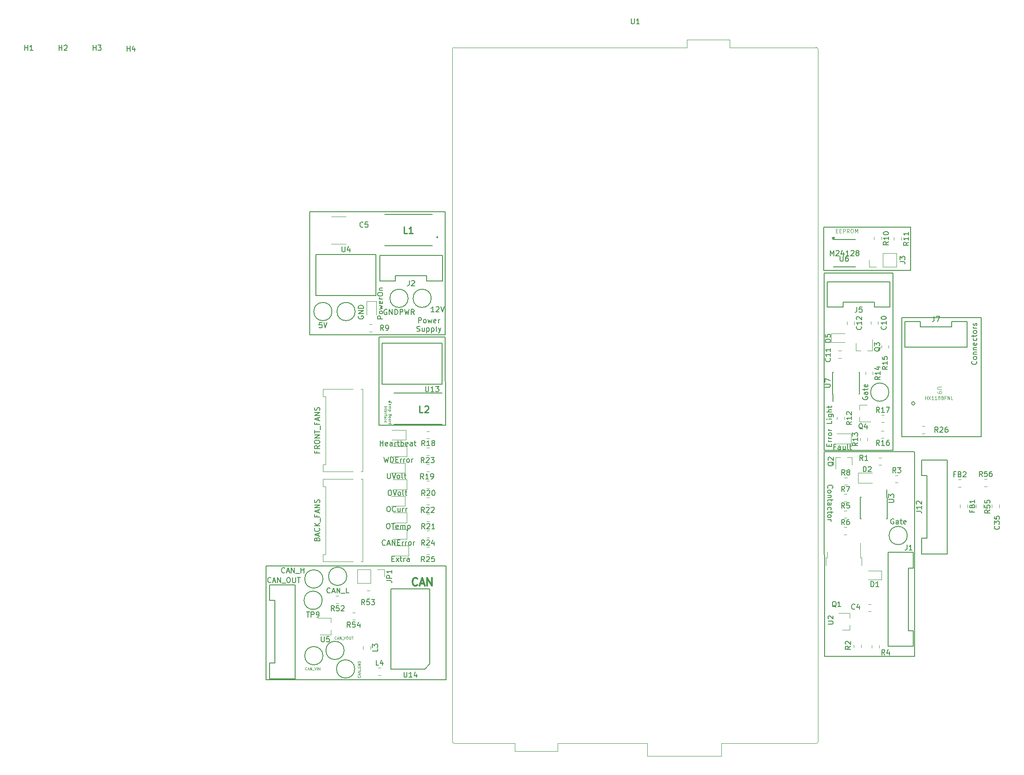
<source format=gbr>
G04 #@! TF.GenerationSoftware,KiCad,Pcbnew,(5.1.4)-1*
G04 #@! TF.CreationDate,2019-11-07T18:39:05-06:00*
G04 #@! TF.ProjectId,_autosave-_autosave-BPS-Nucleo,5f617574-6f73-4617-9665-2d5f6175746f,rev?*
G04 #@! TF.SameCoordinates,Original*
G04 #@! TF.FileFunction,Legend,Top*
G04 #@! TF.FilePolarity,Positive*
%FSLAX46Y46*%
G04 Gerber Fmt 4.6, Leading zero omitted, Abs format (unit mm)*
G04 Created by KiCad (PCBNEW (5.1.4)-1) date 2019-11-07 18:39:05*
%MOMM*%
%LPD*%
G04 APERTURE LIST*
%ADD10C,0.125000*%
%ADD11C,0.150000*%
%ADD12C,0.300000*%
%ADD13C,0.100000*%
%ADD14C,0.120000*%
%ADD15C,0.200000*%
%ADD16C,0.254000*%
%ADD17C,0.152400*%
%ADD18C,0.127000*%
%ADD19C,0.050000*%
G04 APERTURE END LIST*
D10*
X194743011Y-58843948D02*
X194993011Y-58843948D01*
X195100154Y-59236805D02*
X194743011Y-59236805D01*
X194743011Y-58486805D01*
X195100154Y-58486805D01*
X195421582Y-58843948D02*
X195671582Y-58843948D01*
X195778725Y-59236805D02*
X195421582Y-59236805D01*
X195421582Y-58486805D01*
X195778725Y-58486805D01*
X196100154Y-59236805D02*
X196100154Y-58486805D01*
X196385868Y-58486805D01*
X196457297Y-58522520D01*
X196493011Y-58558234D01*
X196528725Y-58629662D01*
X196528725Y-58736805D01*
X196493011Y-58808234D01*
X196457297Y-58843948D01*
X196385868Y-58879662D01*
X196100154Y-58879662D01*
X197278725Y-59236805D02*
X197028725Y-58879662D01*
X196850154Y-59236805D02*
X196850154Y-58486805D01*
X197135868Y-58486805D01*
X197207297Y-58522520D01*
X197243011Y-58558234D01*
X197278725Y-58629662D01*
X197278725Y-58736805D01*
X197243011Y-58808234D01*
X197207297Y-58843948D01*
X197135868Y-58879662D01*
X196850154Y-58879662D01*
X197743011Y-58486805D02*
X197885868Y-58486805D01*
X197957297Y-58522520D01*
X198028725Y-58593948D01*
X198064440Y-58736805D01*
X198064440Y-58986805D01*
X198028725Y-59129662D01*
X197957297Y-59201091D01*
X197885868Y-59236805D01*
X197743011Y-59236805D01*
X197671582Y-59201091D01*
X197600154Y-59129662D01*
X197564440Y-58986805D01*
X197564440Y-58736805D01*
X197600154Y-58593948D01*
X197671582Y-58522520D01*
X197743011Y-58486805D01*
X198385868Y-59236805D02*
X198385868Y-58486805D01*
X198635868Y-59022520D01*
X198885868Y-58486805D01*
X198885868Y-59236805D01*
D11*
X192338960Y-66421000D02*
X209031840Y-66415920D01*
X209778600Y-101249480D02*
X192532000Y-101249480D01*
X209816700Y-101859080D02*
X209816700Y-101249480D01*
X209804000Y-140543280D02*
X209816700Y-101859080D01*
X107053380Y-96159320D02*
X119778780Y-96159320D01*
X119766080Y-79242920D02*
X119778780Y-96159320D01*
X119766080Y-55173880D02*
X93731080Y-55173880D01*
X119928640Y-144983200D02*
X85384640Y-144983200D01*
D12*
X114377114Y-126849914D02*
X114305685Y-126921342D01*
X114091400Y-126992771D01*
X113948542Y-126992771D01*
X113734257Y-126921342D01*
X113591400Y-126778485D01*
X113519971Y-126635628D01*
X113448542Y-126349914D01*
X113448542Y-126135628D01*
X113519971Y-125849914D01*
X113591400Y-125707057D01*
X113734257Y-125564200D01*
X113948542Y-125492771D01*
X114091400Y-125492771D01*
X114305685Y-125564200D01*
X114377114Y-125635628D01*
X114948542Y-126564200D02*
X115662828Y-126564200D01*
X114805685Y-126992771D02*
X115305685Y-125492771D01*
X115805685Y-126992771D01*
X116305685Y-126992771D02*
X116305685Y-125492771D01*
X117162828Y-126992771D01*
X117162828Y-125492771D01*
D11*
X119928640Y-144983200D02*
X119928640Y-123139200D01*
X85384640Y-123139200D02*
X85384640Y-144983200D01*
X119928640Y-123139200D02*
X85384640Y-123139200D01*
X205676500Y-66964560D02*
X205676500Y-74584560D01*
X192468500Y-66964560D02*
X205676500Y-66964560D01*
X192468500Y-67472560D02*
X192468500Y-66964560D01*
X192468500Y-74584560D02*
X192468500Y-67472560D01*
X193413071Y-100238083D02*
X193413071Y-99904750D01*
X193936880Y-99761893D02*
X193936880Y-100238083D01*
X192936880Y-100238083D01*
X192936880Y-99761893D01*
X193936880Y-99333321D02*
X193270214Y-99333321D01*
X193460690Y-99333321D02*
X193365452Y-99285702D01*
X193317833Y-99238083D01*
X193270214Y-99142845D01*
X193270214Y-99047607D01*
X193936880Y-98714274D02*
X193270214Y-98714274D01*
X193460690Y-98714274D02*
X193365452Y-98666655D01*
X193317833Y-98619036D01*
X193270214Y-98523798D01*
X193270214Y-98428560D01*
X193936880Y-97952369D02*
X193889261Y-98047607D01*
X193841642Y-98095226D01*
X193746404Y-98142845D01*
X193460690Y-98142845D01*
X193365452Y-98095226D01*
X193317833Y-98047607D01*
X193270214Y-97952369D01*
X193270214Y-97809512D01*
X193317833Y-97714274D01*
X193365452Y-97666655D01*
X193460690Y-97619036D01*
X193746404Y-97619036D01*
X193841642Y-97666655D01*
X193889261Y-97714274D01*
X193936880Y-97809512D01*
X193936880Y-97952369D01*
X193936880Y-97190464D02*
X193270214Y-97190464D01*
X193460690Y-97190464D02*
X193365452Y-97142845D01*
X193317833Y-97095226D01*
X193270214Y-96999988D01*
X193270214Y-96904750D01*
X193936880Y-95333321D02*
X193936880Y-95809512D01*
X192936880Y-95809512D01*
X193936880Y-94999988D02*
X193270214Y-94999988D01*
X192936880Y-94999988D02*
X192984500Y-95047607D01*
X193032119Y-94999988D01*
X192984500Y-94952369D01*
X192936880Y-94999988D01*
X193032119Y-94999988D01*
X193270214Y-94095226D02*
X194079738Y-94095226D01*
X194174976Y-94142845D01*
X194222595Y-94190464D01*
X194270214Y-94285702D01*
X194270214Y-94428560D01*
X194222595Y-94523798D01*
X193889261Y-94095226D02*
X193936880Y-94190464D01*
X193936880Y-94380940D01*
X193889261Y-94476179D01*
X193841642Y-94523798D01*
X193746404Y-94571417D01*
X193460690Y-94571417D01*
X193365452Y-94523798D01*
X193317833Y-94476179D01*
X193270214Y-94380940D01*
X193270214Y-94190464D01*
X193317833Y-94095226D01*
X193936880Y-93619036D02*
X192936880Y-93619036D01*
X193936880Y-93190464D02*
X193413071Y-93190464D01*
X193317833Y-93238083D01*
X193270214Y-93333321D01*
X193270214Y-93476179D01*
X193317833Y-93571417D01*
X193365452Y-93619036D01*
X193270214Y-92857131D02*
X193270214Y-92476179D01*
X192936880Y-92714274D02*
X193794023Y-92714274D01*
X193889261Y-92666655D01*
X193936880Y-92571417D01*
X193936880Y-92476179D01*
X205676500Y-101000560D02*
X192468500Y-101000560D01*
X205676500Y-74584560D02*
X205676500Y-101000560D01*
X192468500Y-101000560D02*
X192468500Y-74584560D01*
D13*
X109403189Y-91644767D02*
X109403189Y-91930481D01*
X108903189Y-91787624D02*
X109403189Y-91787624D01*
X108926999Y-92287624D02*
X108903189Y-92240005D01*
X108903189Y-92144767D01*
X108926999Y-92097148D01*
X108974618Y-92073339D01*
X109165094Y-92073339D01*
X109212713Y-92097148D01*
X109236522Y-92144767D01*
X109236522Y-92240005D01*
X109212713Y-92287624D01*
X109165094Y-92311434D01*
X109117475Y-92311434D01*
X109069856Y-92073339D01*
X108903189Y-92525720D02*
X109236522Y-92525720D01*
X109188903Y-92525720D02*
X109212713Y-92549529D01*
X109236522Y-92597148D01*
X109236522Y-92668577D01*
X109212713Y-92716196D01*
X109165094Y-92740005D01*
X108903189Y-92740005D01*
X109165094Y-92740005D02*
X109212713Y-92763815D01*
X109236522Y-92811434D01*
X109236522Y-92882862D01*
X109212713Y-92930481D01*
X109165094Y-92954291D01*
X108903189Y-92954291D01*
X109236522Y-93192386D02*
X108736522Y-93192386D01*
X109212713Y-93192386D02*
X109236522Y-93240005D01*
X109236522Y-93335243D01*
X109212713Y-93382862D01*
X109188903Y-93406672D01*
X109141284Y-93430481D01*
X108998427Y-93430481D01*
X108950808Y-93406672D01*
X108926999Y-93382862D01*
X108903189Y-93335243D01*
X108903189Y-93240005D01*
X108926999Y-93192386D01*
X109165094Y-94192386D02*
X109141284Y-94263815D01*
X109117475Y-94287624D01*
X109069856Y-94311434D01*
X108998427Y-94311434D01*
X108950808Y-94287624D01*
X108926999Y-94263815D01*
X108903189Y-94216196D01*
X108903189Y-94025720D01*
X109403189Y-94025720D01*
X109403189Y-94192386D01*
X109379380Y-94240005D01*
X109355570Y-94263815D01*
X109307951Y-94287624D01*
X109260332Y-94287624D01*
X109212713Y-94263815D01*
X109188903Y-94240005D01*
X109165094Y-94192386D01*
X109165094Y-94025720D01*
X108903189Y-94597148D02*
X108926999Y-94549529D01*
X108950808Y-94525720D01*
X108998427Y-94501910D01*
X109141284Y-94501910D01*
X109188903Y-94525720D01*
X109212713Y-94549529D01*
X109236522Y-94597148D01*
X109236522Y-94668577D01*
X109212713Y-94716196D01*
X109188903Y-94740005D01*
X109141284Y-94763815D01*
X108998427Y-94763815D01*
X108950808Y-94740005D01*
X108926999Y-94716196D01*
X108903189Y-94668577D01*
X108903189Y-94597148D01*
X108903189Y-95192386D02*
X109165094Y-95192386D01*
X109212713Y-95168577D01*
X109236522Y-95120958D01*
X109236522Y-95025720D01*
X109212713Y-94978100D01*
X108926999Y-95192386D02*
X108903189Y-95144767D01*
X108903189Y-95025720D01*
X108926999Y-94978100D01*
X108974618Y-94954291D01*
X109022237Y-94954291D01*
X109069856Y-94978100D01*
X109093665Y-95025720D01*
X109093665Y-95144767D01*
X109117475Y-95192386D01*
X108903189Y-95430481D02*
X109236522Y-95430481D01*
X109141284Y-95430481D02*
X109188903Y-95454291D01*
X109212713Y-95478100D01*
X109236522Y-95525720D01*
X109236522Y-95573339D01*
X108903189Y-95954291D02*
X109403189Y-95954291D01*
X108926999Y-95954291D02*
X108903189Y-95906672D01*
X108903189Y-95811434D01*
X108926999Y-95763815D01*
X108950808Y-95740005D01*
X108998427Y-95716196D01*
X109141284Y-95716196D01*
X109188903Y-95740005D01*
X109212713Y-95763815D01*
X109236522Y-95811434D01*
X109236522Y-95906672D01*
X109212713Y-95954291D01*
X108053189Y-92490005D02*
X108553189Y-92490005D01*
X108386522Y-92728100D02*
X108053189Y-92728100D01*
X108338903Y-92728100D02*
X108362713Y-92751910D01*
X108386522Y-92799529D01*
X108386522Y-92870958D01*
X108362713Y-92918577D01*
X108315094Y-92942386D01*
X108053189Y-92942386D01*
X108386522Y-93109053D02*
X108386522Y-93299529D01*
X108553189Y-93180481D02*
X108124618Y-93180481D01*
X108076999Y-93204291D01*
X108053189Y-93251910D01*
X108053189Y-93299529D01*
X108076999Y-93656672D02*
X108053189Y-93609053D01*
X108053189Y-93513815D01*
X108076999Y-93466196D01*
X108124618Y-93442386D01*
X108315094Y-93442386D01*
X108362713Y-93466196D01*
X108386522Y-93513815D01*
X108386522Y-93609053D01*
X108362713Y-93656672D01*
X108315094Y-93680481D01*
X108267475Y-93680481D01*
X108219856Y-93442386D01*
X108053189Y-93894767D02*
X108386522Y-93894767D01*
X108291284Y-93894767D02*
X108338903Y-93918577D01*
X108362713Y-93942386D01*
X108386522Y-93990005D01*
X108386522Y-94037624D01*
X108386522Y-94132862D02*
X108386522Y-94323339D01*
X108053189Y-94204291D02*
X108481760Y-94204291D01*
X108529380Y-94228100D01*
X108553189Y-94275720D01*
X108553189Y-94323339D01*
X108053189Y-94704291D02*
X108315094Y-94704291D01*
X108362713Y-94680481D01*
X108386522Y-94632862D01*
X108386522Y-94537624D01*
X108362713Y-94490005D01*
X108076999Y-94704291D02*
X108053189Y-94656672D01*
X108053189Y-94537624D01*
X108076999Y-94490005D01*
X108124618Y-94466196D01*
X108172237Y-94466196D01*
X108219856Y-94490005D01*
X108243665Y-94537624D01*
X108243665Y-94656672D01*
X108267475Y-94704291D01*
X108076999Y-95156672D02*
X108053189Y-95109053D01*
X108053189Y-95013815D01*
X108076999Y-94966196D01*
X108100808Y-94942386D01*
X108148427Y-94918577D01*
X108291284Y-94918577D01*
X108338903Y-94942386D01*
X108362713Y-94966196D01*
X108386522Y-95013815D01*
X108386522Y-95109053D01*
X108362713Y-95156672D01*
X108076999Y-95561434D02*
X108053189Y-95513815D01*
X108053189Y-95418577D01*
X108076999Y-95370958D01*
X108124618Y-95347148D01*
X108315094Y-95347148D01*
X108362713Y-95370958D01*
X108386522Y-95418577D01*
X108386522Y-95513815D01*
X108362713Y-95561434D01*
X108315094Y-95585243D01*
X108267475Y-95585243D01*
X108219856Y-95347148D01*
D11*
X107066080Y-79242920D02*
X107053380Y-96159320D01*
X119766080Y-79242920D02*
X107066080Y-79242920D01*
X221667342Y-83910702D02*
X221714961Y-83958321D01*
X221762580Y-84101179D01*
X221762580Y-84196417D01*
X221714961Y-84339274D01*
X221619723Y-84434512D01*
X221524485Y-84482131D01*
X221334009Y-84529750D01*
X221191152Y-84529750D01*
X221000676Y-84482131D01*
X220905438Y-84434512D01*
X220810200Y-84339274D01*
X220762580Y-84196417D01*
X220762580Y-84101179D01*
X220810200Y-83958321D01*
X220857819Y-83910702D01*
X221762580Y-83339274D02*
X221714961Y-83434512D01*
X221667342Y-83482131D01*
X221572104Y-83529750D01*
X221286390Y-83529750D01*
X221191152Y-83482131D01*
X221143533Y-83434512D01*
X221095914Y-83339274D01*
X221095914Y-83196417D01*
X221143533Y-83101179D01*
X221191152Y-83053560D01*
X221286390Y-83005940D01*
X221572104Y-83005940D01*
X221667342Y-83053560D01*
X221714961Y-83101179D01*
X221762580Y-83196417D01*
X221762580Y-83339274D01*
X221095914Y-82577369D02*
X221762580Y-82577369D01*
X221191152Y-82577369D02*
X221143533Y-82529750D01*
X221095914Y-82434512D01*
X221095914Y-82291655D01*
X221143533Y-82196417D01*
X221238771Y-82148798D01*
X221762580Y-82148798D01*
X221095914Y-81672607D02*
X221762580Y-81672607D01*
X221191152Y-81672607D02*
X221143533Y-81624988D01*
X221095914Y-81529750D01*
X221095914Y-81386893D01*
X221143533Y-81291655D01*
X221238771Y-81244036D01*
X221762580Y-81244036D01*
X221714961Y-80386893D02*
X221762580Y-80482131D01*
X221762580Y-80672607D01*
X221714961Y-80767845D01*
X221619723Y-80815464D01*
X221238771Y-80815464D01*
X221143533Y-80767845D01*
X221095914Y-80672607D01*
X221095914Y-80482131D01*
X221143533Y-80386893D01*
X221238771Y-80339274D01*
X221334009Y-80339274D01*
X221429247Y-80815464D01*
X221714961Y-79482131D02*
X221762580Y-79577369D01*
X221762580Y-79767845D01*
X221714961Y-79863083D01*
X221667342Y-79910702D01*
X221572104Y-79958321D01*
X221286390Y-79958321D01*
X221191152Y-79910702D01*
X221143533Y-79863083D01*
X221095914Y-79767845D01*
X221095914Y-79577369D01*
X221143533Y-79482131D01*
X221095914Y-79196417D02*
X221095914Y-78815464D01*
X220762580Y-79053560D02*
X221619723Y-79053560D01*
X221714961Y-79005940D01*
X221762580Y-78910702D01*
X221762580Y-78815464D01*
X221762580Y-78339274D02*
X221714961Y-78434512D01*
X221667342Y-78482131D01*
X221572104Y-78529750D01*
X221286390Y-78529750D01*
X221191152Y-78482131D01*
X221143533Y-78434512D01*
X221095914Y-78339274D01*
X221095914Y-78196417D01*
X221143533Y-78101179D01*
X221191152Y-78053560D01*
X221286390Y-78005940D01*
X221572104Y-78005940D01*
X221667342Y-78053560D01*
X221714961Y-78101179D01*
X221762580Y-78196417D01*
X221762580Y-78339274D01*
X221762580Y-77577369D02*
X221095914Y-77577369D01*
X221286390Y-77577369D02*
X221191152Y-77529750D01*
X221143533Y-77482131D01*
X221095914Y-77386893D01*
X221095914Y-77291655D01*
X221714961Y-77005940D02*
X221762580Y-76910702D01*
X221762580Y-76720226D01*
X221714961Y-76624988D01*
X221619723Y-76577369D01*
X221572104Y-76577369D01*
X221476866Y-76624988D01*
X221429247Y-76720226D01*
X221429247Y-76863083D01*
X221381628Y-76958321D01*
X221286390Y-77005940D01*
X221238771Y-77005940D01*
X221143533Y-76958321D01*
X221095914Y-76863083D01*
X221095914Y-76720226D01*
X221143533Y-76624988D01*
X207340200Y-98333560D02*
X207340200Y-75473560D01*
X207340200Y-98333560D02*
X207340200Y-98333560D01*
X222580200Y-98333560D02*
X207340200Y-98333560D01*
X222580200Y-75473560D02*
X222580200Y-98333560D01*
X207340200Y-75473560D02*
X222580200Y-75473560D01*
X192344040Y-58130440D02*
X192338960Y-66421000D01*
X209077560Y-58115200D02*
X192344040Y-58115200D01*
X209062320Y-66410840D02*
X209067400Y-58105040D01*
X209804000Y-140543280D02*
X192532000Y-140543280D01*
X192532000Y-140543280D02*
X192506600Y-101249480D01*
X119766080Y-57205880D02*
X119766080Y-66730880D01*
X114614889Y-76518260D02*
X114614889Y-75518260D01*
X114995841Y-75518260D01*
X115091080Y-75565880D01*
X115138699Y-75613499D01*
X115186318Y-75708737D01*
X115186318Y-75851594D01*
X115138699Y-75946832D01*
X115091080Y-75994451D01*
X114995841Y-76042070D01*
X114614889Y-76042070D01*
X115757746Y-76518260D02*
X115662508Y-76470641D01*
X115614889Y-76423022D01*
X115567270Y-76327784D01*
X115567270Y-76042070D01*
X115614889Y-75946832D01*
X115662508Y-75899213D01*
X115757746Y-75851594D01*
X115900603Y-75851594D01*
X115995841Y-75899213D01*
X116043460Y-75946832D01*
X116091080Y-76042070D01*
X116091080Y-76327784D01*
X116043460Y-76423022D01*
X115995841Y-76470641D01*
X115900603Y-76518260D01*
X115757746Y-76518260D01*
X116424413Y-75851594D02*
X116614889Y-76518260D01*
X116805365Y-76042070D01*
X116995841Y-76518260D01*
X117186318Y-75851594D01*
X117948222Y-76470641D02*
X117852984Y-76518260D01*
X117662508Y-76518260D01*
X117567270Y-76470641D01*
X117519651Y-76375403D01*
X117519651Y-75994451D01*
X117567270Y-75899213D01*
X117662508Y-75851594D01*
X117852984Y-75851594D01*
X117948222Y-75899213D01*
X117995841Y-75994451D01*
X117995841Y-76089689D01*
X117519651Y-76184927D01*
X118424413Y-76518260D02*
X118424413Y-75851594D01*
X118424413Y-76042070D02*
X118472032Y-75946832D01*
X118519651Y-75899213D01*
X118614889Y-75851594D01*
X118710127Y-75851594D01*
X114305365Y-78120641D02*
X114448222Y-78168260D01*
X114686318Y-78168260D01*
X114781556Y-78120641D01*
X114829175Y-78073022D01*
X114876794Y-77977784D01*
X114876794Y-77882546D01*
X114829175Y-77787308D01*
X114781556Y-77739689D01*
X114686318Y-77692070D01*
X114495841Y-77644451D01*
X114400603Y-77596832D01*
X114352984Y-77549213D01*
X114305365Y-77453975D01*
X114305365Y-77358737D01*
X114352984Y-77263499D01*
X114400603Y-77215880D01*
X114495841Y-77168260D01*
X114733937Y-77168260D01*
X114876794Y-77215880D01*
X115733937Y-77501594D02*
X115733937Y-78168260D01*
X115305365Y-77501594D02*
X115305365Y-78025403D01*
X115352984Y-78120641D01*
X115448222Y-78168260D01*
X115591080Y-78168260D01*
X115686318Y-78120641D01*
X115733937Y-78073022D01*
X116210127Y-77501594D02*
X116210127Y-78501594D01*
X116210127Y-77549213D02*
X116305365Y-77501594D01*
X116495841Y-77501594D01*
X116591080Y-77549213D01*
X116638699Y-77596832D01*
X116686318Y-77692070D01*
X116686318Y-77977784D01*
X116638699Y-78073022D01*
X116591080Y-78120641D01*
X116495841Y-78168260D01*
X116305365Y-78168260D01*
X116210127Y-78120641D01*
X117114889Y-77501594D02*
X117114889Y-78501594D01*
X117114889Y-77549213D02*
X117210127Y-77501594D01*
X117400603Y-77501594D01*
X117495841Y-77549213D01*
X117543460Y-77596832D01*
X117591080Y-77692070D01*
X117591080Y-77977784D01*
X117543460Y-78073022D01*
X117495841Y-78120641D01*
X117400603Y-78168260D01*
X117210127Y-78168260D01*
X117114889Y-78120641D01*
X118162508Y-78168260D02*
X118067270Y-78120641D01*
X118019651Y-78025403D01*
X118019651Y-77168260D01*
X118448222Y-77501594D02*
X118686318Y-78168260D01*
X118924413Y-77501594D02*
X118686318Y-78168260D01*
X118591080Y-78406356D01*
X118543460Y-78453975D01*
X118448222Y-78501594D01*
X119766080Y-78795880D02*
X93731080Y-78795880D01*
X119766080Y-55173880D02*
X119766080Y-78795880D01*
X93731080Y-78795880D02*
X93731080Y-55173880D01*
X193216257Y-108269756D02*
X193168638Y-108222137D01*
X193121019Y-108079280D01*
X193121019Y-107984041D01*
X193168638Y-107841184D01*
X193263876Y-107745946D01*
X193359114Y-107698327D01*
X193549590Y-107650708D01*
X193692447Y-107650708D01*
X193882923Y-107698327D01*
X193978161Y-107745946D01*
X194073400Y-107841184D01*
X194121019Y-107984041D01*
X194121019Y-108079280D01*
X194073400Y-108222137D01*
X194025780Y-108269756D01*
X193121019Y-108841184D02*
X193168638Y-108745946D01*
X193216257Y-108698327D01*
X193311495Y-108650708D01*
X193597209Y-108650708D01*
X193692447Y-108698327D01*
X193740066Y-108745946D01*
X193787685Y-108841184D01*
X193787685Y-108984041D01*
X193740066Y-109079280D01*
X193692447Y-109126899D01*
X193597209Y-109174518D01*
X193311495Y-109174518D01*
X193216257Y-109126899D01*
X193168638Y-109079280D01*
X193121019Y-108984041D01*
X193121019Y-108841184D01*
X193787685Y-109603089D02*
X193121019Y-109603089D01*
X193692447Y-109603089D02*
X193740066Y-109650708D01*
X193787685Y-109745946D01*
X193787685Y-109888803D01*
X193740066Y-109984041D01*
X193644828Y-110031660D01*
X193121019Y-110031660D01*
X193787685Y-110364994D02*
X193787685Y-110745946D01*
X194121019Y-110507851D02*
X193263876Y-110507851D01*
X193168638Y-110555470D01*
X193121019Y-110650708D01*
X193121019Y-110745946D01*
X193121019Y-111507851D02*
X193644828Y-111507851D01*
X193740066Y-111460232D01*
X193787685Y-111364994D01*
X193787685Y-111174518D01*
X193740066Y-111079280D01*
X193168638Y-111507851D02*
X193121019Y-111412613D01*
X193121019Y-111174518D01*
X193168638Y-111079280D01*
X193263876Y-111031660D01*
X193359114Y-111031660D01*
X193454352Y-111079280D01*
X193501971Y-111174518D01*
X193501971Y-111412613D01*
X193549590Y-111507851D01*
X193168638Y-112412613D02*
X193121019Y-112317375D01*
X193121019Y-112126899D01*
X193168638Y-112031660D01*
X193216257Y-111984041D01*
X193311495Y-111936422D01*
X193597209Y-111936422D01*
X193692447Y-111984041D01*
X193740066Y-112031660D01*
X193787685Y-112126899D01*
X193787685Y-112317375D01*
X193740066Y-112412613D01*
X193787685Y-112698327D02*
X193787685Y-113079280D01*
X194121019Y-112841184D02*
X193263876Y-112841184D01*
X193168638Y-112888803D01*
X193121019Y-112984041D01*
X193121019Y-113079280D01*
X193121019Y-113555470D02*
X193168638Y-113460232D01*
X193216257Y-113412613D01*
X193311495Y-113364994D01*
X193597209Y-113364994D01*
X193692447Y-113412613D01*
X193740066Y-113460232D01*
X193787685Y-113555470D01*
X193787685Y-113698327D01*
X193740066Y-113793565D01*
X193692447Y-113841184D01*
X193597209Y-113888803D01*
X193311495Y-113888803D01*
X193216257Y-113841184D01*
X193168638Y-113793565D01*
X193121019Y-113698327D01*
X193121019Y-113555470D01*
X193121019Y-114317375D02*
X193787685Y-114317375D01*
X193597209Y-114317375D02*
X193692447Y-114364994D01*
X193740066Y-114412613D01*
X193787685Y-114507851D01*
X193787685Y-114603089D01*
D14*
X172720000Y-157259000D02*
X190910000Y-157259000D01*
X191310000Y-156859000D02*
X191310000Y-24059000D01*
X166100000Y-23659000D02*
X121510000Y-23659000D01*
X121110000Y-24059000D02*
X121110000Y-156859000D01*
X172720000Y-157259000D02*
X172720000Y-159709000D01*
X172720000Y-159709000D02*
X158500000Y-159709000D01*
X158500000Y-159709000D02*
X158500000Y-157259000D01*
X133100000Y-157259000D02*
X121510000Y-157259000D01*
X158500000Y-157259000D02*
X141320000Y-157249000D01*
X133100000Y-157259000D02*
X133100000Y-158769000D01*
X133100000Y-158769000D02*
X141320000Y-158769000D01*
X141320000Y-158769000D02*
X141320000Y-157249000D01*
X166100000Y-23659000D02*
X166100000Y-22149000D01*
X166100000Y-22149000D02*
X174320000Y-22149000D01*
X174320000Y-22149000D02*
X174320000Y-23659000D01*
X174320000Y-23659000D02*
X190910000Y-23659000D01*
X191310000Y-24059000D02*
G75*
G03X190910000Y-23659000I-400000J0D01*
G01*
X121510000Y-23659000D02*
G75*
G03X121110000Y-24059000I0J-400000D01*
G01*
X121110000Y-156859000D02*
G75*
G03X121510000Y-157259000I400000J0D01*
G01*
X190910000Y-157259000D02*
G75*
G03X191310000Y-156859000I0J400000D01*
G01*
D11*
X102374640Y-142951200D02*
G75*
G03X102374640Y-142951200I-1750000J0D01*
G01*
X194113500Y-90163560D02*
X194163500Y-90163560D01*
X194113500Y-86013560D02*
X194258500Y-86013560D01*
X199263500Y-86013560D02*
X199118500Y-86013560D01*
X199263500Y-90163560D02*
X199118500Y-90163560D01*
X194113500Y-90163560D02*
X194113500Y-86013560D01*
X199263500Y-90163560D02*
X199263500Y-86013560D01*
X194163500Y-90163560D02*
X194163500Y-91563560D01*
D14*
X203502100Y-125810380D02*
X200952100Y-125810380D01*
X203502100Y-124110380D02*
X200952100Y-124110380D01*
X203502100Y-125810380D02*
X203502100Y-124110380D01*
X201454278Y-131931480D02*
X200937122Y-131931480D01*
X201454278Y-130511480D02*
X200937122Y-130511480D01*
X100724828Y-56119880D02*
X97893332Y-56119880D01*
X100724828Y-61339880D02*
X97893332Y-61339880D01*
X201410500Y-76796638D02*
X201410500Y-76279482D01*
X202830500Y-76796638D02*
X202830500Y-76279482D01*
X195209422Y-81875560D02*
X195726578Y-81875560D01*
X195209422Y-83295560D02*
X195726578Y-83295560D01*
X196838500Y-76309482D02*
X196838500Y-76826638D01*
X198258500Y-76309482D02*
X198258500Y-76826638D01*
X226074040Y-111970558D02*
X226074040Y-111453402D01*
X224654040Y-111970558D02*
X224654040Y-111453402D01*
X201698100Y-105331380D02*
X199013100Y-105331380D01*
X199013100Y-105331380D02*
X199013100Y-107251380D01*
X199013100Y-107251380D02*
X201698100Y-107251380D01*
X106563040Y-75038220D02*
X106563040Y-72353220D01*
X106563040Y-72353220D02*
X104643040Y-72353220D01*
X104643040Y-72353220D02*
X104643040Y-75038220D01*
X194948060Y-99694880D02*
X197633060Y-99694880D01*
X197633060Y-99694880D02*
X197633060Y-97774880D01*
X197633060Y-97774880D02*
X194948060Y-97774880D01*
X193855500Y-78560560D02*
X196405500Y-78560560D01*
X193855500Y-80260560D02*
X196405500Y-80260560D01*
X193855500Y-78560560D02*
X193855500Y-80260560D01*
X109533400Y-99004000D02*
X112218400Y-99004000D01*
X112218400Y-99004000D02*
X112218400Y-97084000D01*
X112218400Y-97084000D02*
X109533400Y-97084000D01*
X112073400Y-103434000D02*
X109388400Y-103434000D01*
X112073400Y-105354000D02*
X112073400Y-103434000D01*
X109388400Y-105354000D02*
X112073400Y-105354000D01*
X112405900Y-106609000D02*
X109720900Y-106609000D01*
X112405900Y-108529000D02*
X112405900Y-106609000D01*
X109720900Y-108529000D02*
X112405900Y-108529000D01*
X109720900Y-114879000D02*
X112405900Y-114879000D01*
X112405900Y-114879000D02*
X112405900Y-112959000D01*
X112405900Y-112959000D02*
X109720900Y-112959000D01*
X112073400Y-109784000D02*
X109388400Y-109784000D01*
X112073400Y-111704000D02*
X112073400Y-109784000D01*
X109388400Y-111704000D02*
X112073400Y-111704000D01*
X109720900Y-102179000D02*
X112405900Y-102179000D01*
X112405900Y-102179000D02*
X112405900Y-100259000D01*
X112405900Y-100259000D02*
X109720900Y-100259000D01*
X112375900Y-116134000D02*
X109690900Y-116134000D01*
X112375900Y-118054000D02*
X112375900Y-116134000D01*
X109690900Y-118054000D02*
X112375900Y-118054000D01*
X112708400Y-119309000D02*
X110023400Y-119309000D01*
X112708400Y-121229000D02*
X112708400Y-119309000D01*
X110023400Y-121229000D02*
X112708400Y-121229000D01*
X218558040Y-111453402D02*
X218558040Y-111970558D01*
X219978040Y-111453402D02*
X219978040Y-111970558D01*
X218224362Y-106589760D02*
X218741518Y-106589760D01*
X218224362Y-108009760D02*
X218741518Y-108009760D01*
X201138480Y-65774880D02*
X201138480Y-64444880D01*
X202468480Y-65774880D02*
X201138480Y-65774880D01*
X203738480Y-65774880D02*
X203738480Y-63114880D01*
X203738480Y-63114880D02*
X206338480Y-63114880D01*
X203738480Y-65774880D02*
X206338480Y-65774880D01*
X206338480Y-65774880D02*
X206338480Y-63114880D01*
X102850640Y-123841200D02*
X102850640Y-126501200D01*
X105450640Y-123841200D02*
X102850640Y-123841200D01*
X105450640Y-126501200D02*
X102850640Y-126501200D01*
X105450640Y-123841200D02*
X105450640Y-126501200D01*
X106720640Y-123841200D02*
X108050640Y-123841200D01*
X108050640Y-123841200D02*
X108050640Y-125171200D01*
X105398640Y-138628622D02*
X105398640Y-139145778D01*
X103978640Y-138628622D02*
X103978640Y-139145778D01*
X106891562Y-144169200D02*
X107408718Y-144169200D01*
X106891562Y-142749200D02*
X107408718Y-142749200D01*
X199703100Y-123101380D02*
X199703100Y-121601380D01*
X199703100Y-121601380D02*
X199433100Y-121601380D01*
X199433100Y-121601380D02*
X199433100Y-118771380D01*
X192803100Y-123101380D02*
X192803100Y-121601380D01*
X192803100Y-121601380D02*
X193073100Y-121601380D01*
X193073100Y-121601380D02*
X193073100Y-120501380D01*
X197833100Y-102356380D02*
X197833100Y-103816380D01*
X194673100Y-102356380D02*
X194673100Y-104516380D01*
X194673100Y-102356380D02*
X195603100Y-102356380D01*
X197833100Y-102356380D02*
X196903100Y-102356380D01*
X198574500Y-81882560D02*
X199504500Y-81882560D01*
X201734500Y-81882560D02*
X200804500Y-81882560D01*
X201734500Y-81882560D02*
X201734500Y-79722560D01*
X198574500Y-81882560D02*
X198574500Y-80422560D01*
X199201500Y-92308560D02*
X200661500Y-92308560D01*
X199201500Y-95468560D02*
X201361500Y-95468560D01*
X199201500Y-95468560D02*
X199201500Y-94538560D01*
X199201500Y-92308560D02*
X199201500Y-93238560D01*
X203496678Y-102406380D02*
X202979522Y-102406380D01*
X203496678Y-103826380D02*
X202979522Y-103826380D01*
X199561520Y-138813278D02*
X199561520Y-138296122D01*
X198141520Y-138813278D02*
X198141520Y-138296122D01*
X206128882Y-107202040D02*
X206646038Y-107202040D01*
X206128882Y-105782040D02*
X206646038Y-105782040D01*
X203051480Y-138397722D02*
X203051480Y-138914878D01*
X201631480Y-138397722D02*
X201631480Y-138914878D01*
X196297022Y-113986380D02*
X196814178Y-113986380D01*
X196297022Y-112566380D02*
X196814178Y-112566380D01*
X196297022Y-115741380D02*
X196814178Y-115741380D01*
X196297022Y-117161380D02*
X196814178Y-117161380D01*
X196297022Y-110811380D02*
X196814178Y-110811380D01*
X196297022Y-109391380D02*
X196814178Y-109391380D01*
X196342022Y-106216380D02*
X196859178Y-106216380D01*
X196342022Y-107636380D02*
X196859178Y-107636380D01*
X105205002Y-76815880D02*
X105722158Y-76815880D01*
X105205002Y-78235880D02*
X105722158Y-78235880D01*
X203432480Y-60043802D02*
X203432480Y-60560958D01*
X202012480Y-60043802D02*
X202012480Y-60560958D01*
X205852960Y-60132462D02*
X205852960Y-60649618D01*
X207272960Y-60132462D02*
X207272960Y-60649618D01*
X196353500Y-94567482D02*
X196353500Y-95084638D01*
X194933500Y-94567482D02*
X194933500Y-95084638D01*
X200798500Y-99148638D02*
X200798500Y-98631482D01*
X199378500Y-99148638D02*
X199378500Y-98631482D01*
X200394500Y-85931482D02*
X200394500Y-86448638D01*
X201814500Y-85931482D02*
X201814500Y-86448638D01*
X203442500Y-81368638D02*
X203442500Y-80851482D01*
X204862500Y-81368638D02*
X204862500Y-80851482D01*
X203385922Y-98662560D02*
X203903078Y-98662560D01*
X203385922Y-97242560D02*
X203903078Y-97242560D01*
X203464422Y-94194560D02*
X203981578Y-94194560D01*
X203464422Y-95614560D02*
X203981578Y-95614560D01*
X116147322Y-97334000D02*
X116664478Y-97334000D01*
X116147322Y-98754000D02*
X116664478Y-98754000D01*
X116147322Y-105104000D02*
X116664478Y-105104000D01*
X116147322Y-103684000D02*
X116664478Y-103684000D01*
X116177322Y-106859000D02*
X116694478Y-106859000D01*
X116177322Y-108279000D02*
X116694478Y-108279000D01*
X116147322Y-113209000D02*
X116664478Y-113209000D01*
X116147322Y-114629000D02*
X116664478Y-114629000D01*
X116147322Y-110034000D02*
X116664478Y-110034000D01*
X116147322Y-111454000D02*
X116664478Y-111454000D01*
X116177322Y-100509000D02*
X116694478Y-100509000D01*
X116177322Y-101929000D02*
X116694478Y-101929000D01*
X116177322Y-117804000D02*
X116694478Y-117804000D01*
X116177322Y-116384000D02*
X116694478Y-116384000D01*
X116147322Y-119559000D02*
X116664478Y-119559000D01*
X116147322Y-120979000D02*
X116664478Y-120979000D01*
X211741278Y-97773560D02*
X211224122Y-97773560D01*
X211741278Y-96353560D02*
X211224122Y-96353560D01*
X99275158Y-128921440D02*
X98758002Y-128921440D01*
X99275158Y-130341440D02*
X98758002Y-130341440D01*
X105259398Y-127941000D02*
X104742242Y-127941000D01*
X105259398Y-129361000D02*
X104742242Y-129361000D01*
X102447858Y-133546920D02*
X101930702Y-133546920D01*
X102447858Y-132126920D02*
X101930702Y-132126920D01*
X221606040Y-111970558D02*
X221606040Y-111453402D01*
X223026040Y-111970558D02*
X223026040Y-111453402D01*
X223202762Y-107938640D02*
X223719918Y-107938640D01*
X223202762Y-106518640D02*
X223719918Y-106518640D01*
D11*
X208417100Y-117340380D02*
G75*
G03X208417100Y-117340380I-1750000J0D01*
G01*
X117071080Y-71810880D02*
G75*
G03X117071080Y-71810880I-1750000J0D01*
G01*
X98021080Y-74350880D02*
G75*
G03X98021080Y-74350880I-1750000J0D01*
G01*
X112626080Y-71810880D02*
G75*
G03X112626080Y-71810880I-1750000J0D01*
G01*
X102466080Y-74350880D02*
G75*
G03X102466080Y-74350880I-1750000J0D01*
G01*
X100342640Y-139395200D02*
G75*
G03X100342640Y-139395200I-1750000J0D01*
G01*
X204886500Y-89824560D02*
G75*
G03X204886500Y-89824560I-1750000J0D01*
G01*
X96278640Y-140411200D02*
G75*
G03X96278640Y-140411200I-1750000J0D01*
G01*
X96146560Y-129778760D02*
G75*
G03X96146560Y-129778760I-1750000J0D01*
G01*
X96278640Y-125679200D02*
G75*
G03X96278640Y-125679200I-1750000J0D01*
G01*
X100850640Y-125171200D02*
G75*
G03X100850640Y-125171200I-1750000J0D01*
G01*
D14*
X197377080Y-135417680D02*
X197377080Y-134487680D01*
X197377080Y-132257680D02*
X197377080Y-133187680D01*
X197377080Y-132257680D02*
X195217080Y-132257680D01*
X197377080Y-135417680D02*
X195917080Y-135417680D01*
D11*
X204543100Y-109931380D02*
X204493100Y-109931380D01*
X204543100Y-114081380D02*
X204398100Y-114081380D01*
X199393100Y-114081380D02*
X199538100Y-114081380D01*
X199393100Y-109931380D02*
X199538100Y-109931380D01*
X204543100Y-109931380D02*
X204543100Y-114081380D01*
X199393100Y-109931380D02*
X199393100Y-114081380D01*
X204493100Y-109931380D02*
X204493100Y-108531380D01*
D14*
X97819640Y-133147200D02*
X97819640Y-134057200D01*
X97819640Y-135457200D02*
X97819640Y-136367200D01*
X95244640Y-133147200D02*
X97819640Y-133147200D01*
X95669640Y-136367200D02*
X97819640Y-136367200D01*
D11*
X209603600Y-120587380D02*
X209603600Y-123587380D01*
X209603600Y-123587380D02*
X208603600Y-123587380D01*
X208603600Y-123587380D02*
X208603600Y-135587380D01*
X208603600Y-135587380D02*
X209603600Y-135587380D01*
X209603600Y-135587380D02*
X209603600Y-138587380D01*
X209603600Y-138587380D02*
X204703600Y-138587380D01*
X204703600Y-138587380D02*
X204703600Y-120587380D01*
X204703600Y-120587380D02*
X209603600Y-120587380D01*
X119186080Y-63560880D02*
X119186080Y-68460880D01*
X107186080Y-63560880D02*
X119186080Y-63560880D01*
X107186080Y-68460880D02*
X107186080Y-63560880D01*
X110186080Y-68460880D02*
X107186080Y-68460880D01*
X110186080Y-67460880D02*
X110186080Y-68460880D01*
X116186080Y-67460880D02*
X110186080Y-67460880D01*
X116186080Y-68460880D02*
X116186080Y-67460880D01*
X119186080Y-68460880D02*
X116186080Y-68460880D01*
D14*
X96286960Y-89225960D02*
X102046960Y-89225960D01*
X96286960Y-90645960D02*
X96286960Y-89225960D01*
X96786960Y-90645960D02*
X96286960Y-90645960D01*
X96786960Y-103675960D02*
X96786960Y-90645960D01*
X96286960Y-103675960D02*
X96786960Y-103675960D01*
X96286960Y-105095960D02*
X96286960Y-103675960D01*
X102046960Y-105095960D02*
X96286960Y-105095960D01*
X103876960Y-89225960D02*
X103566960Y-89225960D01*
X103876960Y-105095960D02*
X103876960Y-89225960D01*
X103566960Y-105095960D02*
X103876960Y-105095960D01*
D11*
X205096500Y-68620560D02*
X205096500Y-73520560D01*
X193096500Y-68620560D02*
X205096500Y-68620560D01*
X193096500Y-73520560D02*
X193096500Y-68620560D01*
X196096500Y-73520560D02*
X193096500Y-73520560D01*
X196096500Y-72520560D02*
X196096500Y-73520560D01*
X202096500Y-72520560D02*
X196096500Y-72520560D01*
X202096500Y-73520560D02*
X202096500Y-72520560D01*
X205096500Y-73520560D02*
X202096500Y-73520560D01*
D14*
X103566960Y-122367960D02*
X103876960Y-122367960D01*
X103876960Y-122367960D02*
X103876960Y-106497960D01*
X103876960Y-106497960D02*
X103566960Y-106497960D01*
X102046960Y-122367960D02*
X96286960Y-122367960D01*
X96286960Y-122367960D02*
X96286960Y-120947960D01*
X96286960Y-120947960D02*
X96786960Y-120947960D01*
X96786960Y-120947960D02*
X96786960Y-107917960D01*
X96786960Y-107917960D02*
X96286960Y-107917960D01*
X96286960Y-107917960D02*
X96286960Y-106497960D01*
X96286960Y-106497960D02*
X102046960Y-106497960D01*
D11*
X207920200Y-76283560D02*
X210920200Y-76283560D01*
X210920200Y-76283560D02*
X210920200Y-77283560D01*
X210920200Y-77283560D02*
X216920200Y-77283560D01*
X216920200Y-77283560D02*
X216920200Y-76283560D01*
X216920200Y-76283560D02*
X219920200Y-76283560D01*
X219920200Y-76283560D02*
X219920200Y-81183560D01*
X219920200Y-81183560D02*
X207920200Y-81183560D01*
X207920200Y-81183560D02*
X207920200Y-76283560D01*
X90957480Y-144824840D02*
X86057480Y-144824840D01*
X90957480Y-126824840D02*
X90957480Y-144824840D01*
X86057480Y-126824840D02*
X90957480Y-126824840D01*
X86057480Y-129824840D02*
X86057480Y-126824840D01*
X87057480Y-129824840D02*
X86057480Y-129824840D01*
X87057480Y-141824840D02*
X87057480Y-129824840D01*
X86057480Y-141824840D02*
X87057480Y-141824840D01*
X86057480Y-144824840D02*
X86057480Y-141824840D01*
X211188040Y-120862480D02*
X211188040Y-117862480D01*
X211188040Y-117862480D02*
X212188040Y-117862480D01*
X212188040Y-117862480D02*
X212188040Y-105862480D01*
X212188040Y-105862480D02*
X211188040Y-105862480D01*
X211188040Y-105862480D02*
X211188040Y-102862480D01*
X211188040Y-102862480D02*
X216088040Y-102862480D01*
X216088040Y-102862480D02*
X216088040Y-120862480D01*
X216088040Y-120862480D02*
X211188040Y-120862480D01*
D15*
X117321080Y-61729880D02*
X108121080Y-61729880D01*
X108121080Y-55729880D02*
X117321080Y-55729880D01*
D16*
X118298080Y-60082880D02*
G75*
G03X118298080Y-60082880I-91000J0D01*
G01*
D15*
X109933680Y-89984320D02*
X119133680Y-89984320D01*
X119133680Y-95984320D02*
X109933680Y-95984320D01*
D16*
X109138680Y-91631320D02*
G75*
G03X109138680Y-91631320I-91000J0D01*
G01*
D11*
X106466080Y-71285880D02*
X94966080Y-71285880D01*
X94966080Y-71285880D02*
X94966080Y-63425880D01*
X94966080Y-63425880D02*
X106466080Y-63425880D01*
X106466080Y-63425880D02*
X106466080Y-71285880D01*
D17*
X194238880Y-65803780D02*
X198506080Y-65803780D01*
X198506080Y-60545980D02*
X194238880Y-60545980D01*
D18*
X209880200Y-91983560D02*
G75*
G03X209880200Y-91983560I-317500J0D01*
G01*
D11*
X107666080Y-80402920D02*
X119166080Y-80402920D01*
X119166080Y-80402920D02*
X119166080Y-88262920D01*
X119166080Y-88262920D02*
X107666080Y-88262920D01*
X107666080Y-88262920D02*
X107666080Y-80402920D01*
X115811640Y-143003199D02*
X109311640Y-143003199D01*
X109311640Y-143003199D02*
X109311640Y-127603199D01*
X109311640Y-127603199D02*
X116811640Y-127603199D01*
X116811640Y-127603199D02*
X116811640Y-142003199D01*
X116811640Y-142003199D02*
X115811640Y-143003199D01*
X155448095Y-18121380D02*
X155448095Y-18930904D01*
X155495714Y-19026142D01*
X155543333Y-19073761D01*
X155638571Y-19121380D01*
X155829047Y-19121380D01*
X155924285Y-19073761D01*
X155971904Y-19026142D01*
X156019523Y-18930904D01*
X156019523Y-18121380D01*
X157019523Y-19121380D02*
X156448095Y-19121380D01*
X156733809Y-19121380D02*
X156733809Y-18121380D01*
X156638571Y-18264238D01*
X156543333Y-18359476D01*
X156448095Y-18407095D01*
D13*
X103416871Y-144288509D02*
X103440680Y-144312319D01*
X103464490Y-144383747D01*
X103464490Y-144431366D01*
X103440680Y-144502795D01*
X103393061Y-144550414D01*
X103345442Y-144574223D01*
X103250204Y-144598033D01*
X103178776Y-144598033D01*
X103083538Y-144574223D01*
X103035919Y-144550414D01*
X102988300Y-144502795D01*
X102964490Y-144431366D01*
X102964490Y-144383747D01*
X102988300Y-144312319D01*
X103012109Y-144288509D01*
X103321633Y-144098033D02*
X103321633Y-143859938D01*
X103464490Y-144145652D02*
X102964490Y-143978985D01*
X103464490Y-143812319D01*
X103464490Y-143645652D02*
X102964490Y-143645652D01*
X103464490Y-143359938D01*
X102964490Y-143359938D01*
X103512109Y-143240890D02*
X103512109Y-142859938D01*
X102988300Y-142478985D02*
X102964490Y-142526604D01*
X102964490Y-142598033D01*
X102988300Y-142669461D01*
X103035919Y-142717080D01*
X103083538Y-142740890D01*
X103178776Y-142764700D01*
X103250204Y-142764700D01*
X103345442Y-142740890D01*
X103393061Y-142717080D01*
X103440680Y-142669461D01*
X103464490Y-142598033D01*
X103464490Y-142550414D01*
X103440680Y-142478985D01*
X103416871Y-142455176D01*
X103250204Y-142455176D01*
X103250204Y-142550414D01*
X103464490Y-142240890D02*
X102964490Y-142240890D01*
X103464490Y-141955176D01*
X102964490Y-141955176D01*
X103464490Y-141717080D02*
X102964490Y-141717080D01*
X102964490Y-141598033D01*
X102988300Y-141526604D01*
X103035919Y-141478985D01*
X103083538Y-141455176D01*
X103178776Y-141431366D01*
X103250204Y-141431366D01*
X103345442Y-141455176D01*
X103393061Y-141478985D01*
X103440680Y-141526604D01*
X103464490Y-141598033D01*
X103464490Y-141717080D01*
D11*
X192640880Y-88850464D02*
X193450404Y-88850464D01*
X193545642Y-88802845D01*
X193593261Y-88755226D01*
X193640880Y-88659988D01*
X193640880Y-88469512D01*
X193593261Y-88374274D01*
X193545642Y-88326655D01*
X193450404Y-88279036D01*
X192640880Y-88279036D01*
X192640880Y-87898083D02*
X192640880Y-87231417D01*
X193640880Y-87659988D01*
X201445904Y-127178060D02*
X201445904Y-126178060D01*
X201684000Y-126178060D01*
X201826857Y-126225680D01*
X201922095Y-126320918D01*
X201969714Y-126416156D01*
X202017333Y-126606632D01*
X202017333Y-126749489D01*
X201969714Y-126939965D01*
X201922095Y-127035203D01*
X201826857Y-127130441D01*
X201684000Y-127178060D01*
X201445904Y-127178060D01*
X202969714Y-127178060D02*
X202398285Y-127178060D01*
X202684000Y-127178060D02*
X202684000Y-126178060D01*
X202588761Y-126320918D01*
X202493523Y-126416156D01*
X202398285Y-126463775D01*
X198359733Y-131400822D02*
X198312114Y-131448441D01*
X198169257Y-131496060D01*
X198074019Y-131496060D01*
X197931161Y-131448441D01*
X197835923Y-131353203D01*
X197788304Y-131257965D01*
X197740685Y-131067489D01*
X197740685Y-130924632D01*
X197788304Y-130734156D01*
X197835923Y-130638918D01*
X197931161Y-130543680D01*
X198074019Y-130496060D01*
X198169257Y-130496060D01*
X198312114Y-130543680D01*
X198359733Y-130591299D01*
X199216876Y-130829394D02*
X199216876Y-131496060D01*
X198978780Y-130448441D02*
X198740685Y-131162727D01*
X199359733Y-131162727D01*
X103978413Y-58071022D02*
X103930794Y-58118641D01*
X103787937Y-58166260D01*
X103692699Y-58166260D01*
X103549841Y-58118641D01*
X103454603Y-58023403D01*
X103406984Y-57928165D01*
X103359365Y-57737689D01*
X103359365Y-57594832D01*
X103406984Y-57404356D01*
X103454603Y-57309118D01*
X103549841Y-57213880D01*
X103692699Y-57166260D01*
X103787937Y-57166260D01*
X103930794Y-57213880D01*
X103978413Y-57261499D01*
X104883175Y-57166260D02*
X104406984Y-57166260D01*
X104359365Y-57642451D01*
X104406984Y-57594832D01*
X104502222Y-57547213D01*
X104740318Y-57547213D01*
X104835556Y-57594832D01*
X104883175Y-57642451D01*
X104930794Y-57737689D01*
X104930794Y-57975784D01*
X104883175Y-58071022D01*
X104835556Y-58118641D01*
X104740318Y-58166260D01*
X104502222Y-58166260D01*
X104406984Y-58118641D01*
X104359365Y-58071022D01*
X204291202Y-77165437D02*
X204338821Y-77213056D01*
X204386440Y-77355913D01*
X204386440Y-77451151D01*
X204338821Y-77594008D01*
X204243583Y-77689246D01*
X204148345Y-77736865D01*
X203957869Y-77784484D01*
X203815012Y-77784484D01*
X203624536Y-77736865D01*
X203529298Y-77689246D01*
X203434060Y-77594008D01*
X203386440Y-77451151D01*
X203386440Y-77355913D01*
X203434060Y-77213056D01*
X203481679Y-77165437D01*
X204386440Y-76213056D02*
X204386440Y-76784484D01*
X204386440Y-76498770D02*
X203386440Y-76498770D01*
X203529298Y-76594008D01*
X203624536Y-76689246D01*
X203672155Y-76784484D01*
X203386440Y-75594008D02*
X203386440Y-75498770D01*
X203434060Y-75403532D01*
X203481679Y-75355913D01*
X203576917Y-75308294D01*
X203767393Y-75260675D01*
X204005488Y-75260675D01*
X204195964Y-75308294D01*
X204291202Y-75355913D01*
X204338821Y-75403532D01*
X204386440Y-75498770D01*
X204386440Y-75594008D01*
X204338821Y-75689246D01*
X204291202Y-75736865D01*
X204195964Y-75784484D01*
X204005488Y-75832103D01*
X203767393Y-75832103D01*
X203576917Y-75784484D01*
X203481679Y-75736865D01*
X203434060Y-75689246D01*
X203386440Y-75594008D01*
X193587642Y-83330017D02*
X193635261Y-83377636D01*
X193682880Y-83520493D01*
X193682880Y-83615731D01*
X193635261Y-83758588D01*
X193540023Y-83853826D01*
X193444785Y-83901445D01*
X193254309Y-83949064D01*
X193111452Y-83949064D01*
X192920976Y-83901445D01*
X192825738Y-83853826D01*
X192730500Y-83758588D01*
X192682880Y-83615731D01*
X192682880Y-83520493D01*
X192730500Y-83377636D01*
X192778119Y-83330017D01*
X193682880Y-82377636D02*
X193682880Y-82949064D01*
X193682880Y-82663350D02*
X192682880Y-82663350D01*
X192825738Y-82758588D01*
X192920976Y-82853826D01*
X192968595Y-82949064D01*
X193682880Y-81425255D02*
X193682880Y-81996683D01*
X193682880Y-81710969D02*
X192682880Y-81710969D01*
X192825738Y-81806207D01*
X192920976Y-81901445D01*
X192968595Y-81996683D01*
X199555642Y-77210917D02*
X199603261Y-77258536D01*
X199650880Y-77401393D01*
X199650880Y-77496631D01*
X199603261Y-77639488D01*
X199508023Y-77734726D01*
X199412785Y-77782345D01*
X199222309Y-77829964D01*
X199079452Y-77829964D01*
X198888976Y-77782345D01*
X198793738Y-77734726D01*
X198698500Y-77639488D01*
X198650880Y-77496631D01*
X198650880Y-77401393D01*
X198698500Y-77258536D01*
X198746119Y-77210917D01*
X199650880Y-76258536D02*
X199650880Y-76829964D01*
X199650880Y-76544250D02*
X198650880Y-76544250D01*
X198793738Y-76639488D01*
X198888976Y-76734726D01*
X198936595Y-76829964D01*
X198746119Y-75877583D02*
X198698500Y-75829964D01*
X198650880Y-75734726D01*
X198650880Y-75496631D01*
X198698500Y-75401393D01*
X198746119Y-75353774D01*
X198841357Y-75306155D01*
X198936595Y-75306155D01*
X199079452Y-75353774D01*
X199650880Y-75925202D01*
X199650880Y-75306155D01*
X226010742Y-115527057D02*
X226058361Y-115574676D01*
X226105980Y-115717533D01*
X226105980Y-115812771D01*
X226058361Y-115955628D01*
X225963123Y-116050866D01*
X225867885Y-116098485D01*
X225677409Y-116146104D01*
X225534552Y-116146104D01*
X225344076Y-116098485D01*
X225248838Y-116050866D01*
X225153600Y-115955628D01*
X225105980Y-115812771D01*
X225105980Y-115717533D01*
X225153600Y-115574676D01*
X225201219Y-115527057D01*
X225105980Y-115193723D02*
X225105980Y-114574676D01*
X225486933Y-114908009D01*
X225486933Y-114765152D01*
X225534552Y-114669914D01*
X225582171Y-114622295D01*
X225677409Y-114574676D01*
X225915504Y-114574676D01*
X226010742Y-114622295D01*
X226058361Y-114669914D01*
X226105980Y-114765152D01*
X226105980Y-115050866D01*
X226058361Y-115146104D01*
X226010742Y-115193723D01*
X225105980Y-113669914D02*
X225105980Y-114146104D01*
X225582171Y-114193723D01*
X225534552Y-114146104D01*
X225486933Y-114050866D01*
X225486933Y-113812771D01*
X225534552Y-113717533D01*
X225582171Y-113669914D01*
X225677409Y-113622295D01*
X225915504Y-113622295D01*
X226010742Y-113669914D01*
X226058361Y-113717533D01*
X226105980Y-113812771D01*
X226105980Y-114050866D01*
X226058361Y-114146104D01*
X226010742Y-114193723D01*
X199960004Y-105093760D02*
X199960004Y-104093760D01*
X200198100Y-104093760D01*
X200340957Y-104141380D01*
X200436195Y-104236618D01*
X200483814Y-104331856D01*
X200531433Y-104522332D01*
X200531433Y-104665189D01*
X200483814Y-104855665D01*
X200436195Y-104950903D01*
X200340957Y-105046141D01*
X200198100Y-105093760D01*
X199960004Y-105093760D01*
X200912385Y-104188999D02*
X200960004Y-104141380D01*
X201055242Y-104093760D01*
X201293338Y-104093760D01*
X201388576Y-104141380D01*
X201436195Y-104188999D01*
X201483814Y-104284237D01*
X201483814Y-104379475D01*
X201436195Y-104522332D01*
X200864766Y-105093760D01*
X201483814Y-105093760D01*
X107752140Y-75743700D02*
X106752140Y-75743700D01*
X106752140Y-75362748D01*
X106799760Y-75267510D01*
X106847379Y-75219891D01*
X106942617Y-75172272D01*
X107085474Y-75172272D01*
X107180712Y-75219891D01*
X107228331Y-75267510D01*
X107275950Y-75362748D01*
X107275950Y-75743700D01*
X107752140Y-74600843D02*
X107704521Y-74696081D01*
X107656902Y-74743700D01*
X107561664Y-74791320D01*
X107275950Y-74791320D01*
X107180712Y-74743700D01*
X107133093Y-74696081D01*
X107085474Y-74600843D01*
X107085474Y-74457986D01*
X107133093Y-74362748D01*
X107180712Y-74315129D01*
X107275950Y-74267510D01*
X107561664Y-74267510D01*
X107656902Y-74315129D01*
X107704521Y-74362748D01*
X107752140Y-74457986D01*
X107752140Y-74600843D01*
X107085474Y-73934177D02*
X107752140Y-73743700D01*
X107275950Y-73553224D01*
X107752140Y-73362748D01*
X107085474Y-73172272D01*
X107704521Y-72410367D02*
X107752140Y-72505605D01*
X107752140Y-72696081D01*
X107704521Y-72791320D01*
X107609283Y-72838939D01*
X107228331Y-72838939D01*
X107133093Y-72791320D01*
X107085474Y-72696081D01*
X107085474Y-72505605D01*
X107133093Y-72410367D01*
X107228331Y-72362748D01*
X107323569Y-72362748D01*
X107418807Y-72838939D01*
X107752140Y-71934177D02*
X107085474Y-71934177D01*
X107275950Y-71934177D02*
X107180712Y-71886558D01*
X107133093Y-71838939D01*
X107085474Y-71743700D01*
X107085474Y-71648462D01*
X106752140Y-71124653D02*
X106752140Y-70934177D01*
X106799760Y-70838939D01*
X106894998Y-70743700D01*
X107085474Y-70696081D01*
X107418807Y-70696081D01*
X107609283Y-70743700D01*
X107704521Y-70838939D01*
X107752140Y-70934177D01*
X107752140Y-71124653D01*
X107704521Y-71219891D01*
X107609283Y-71315129D01*
X107418807Y-71362748D01*
X107085474Y-71362748D01*
X106894998Y-71315129D01*
X106799760Y-71219891D01*
X106752140Y-71124653D01*
X107085474Y-70267510D02*
X107752140Y-70267510D01*
X107180712Y-70267510D02*
X107133093Y-70219891D01*
X107085474Y-70124653D01*
X107085474Y-69981796D01*
X107133093Y-69886558D01*
X107228331Y-69838939D01*
X107752140Y-69838939D01*
X194638536Y-100313451D02*
X194305202Y-100313451D01*
X194305202Y-100837260D02*
X194305202Y-99837260D01*
X194781393Y-99837260D01*
X195590917Y-100837260D02*
X195590917Y-100313451D01*
X195543298Y-100218213D01*
X195448060Y-100170594D01*
X195257583Y-100170594D01*
X195162345Y-100218213D01*
X195590917Y-100789641D02*
X195495679Y-100837260D01*
X195257583Y-100837260D01*
X195162345Y-100789641D01*
X195114726Y-100694403D01*
X195114726Y-100599165D01*
X195162345Y-100503927D01*
X195257583Y-100456308D01*
X195495679Y-100456308D01*
X195590917Y-100408689D01*
X196495679Y-100170594D02*
X196495679Y-100837260D01*
X196067107Y-100170594D02*
X196067107Y-100694403D01*
X196114726Y-100789641D01*
X196209964Y-100837260D01*
X196352821Y-100837260D01*
X196448060Y-100789641D01*
X196495679Y-100742022D01*
X197114726Y-100837260D02*
X197019488Y-100789641D01*
X196971869Y-100694403D01*
X196971869Y-99837260D01*
X197352821Y-100170594D02*
X197733774Y-100170594D01*
X197495679Y-99837260D02*
X197495679Y-100694403D01*
X197543298Y-100789641D01*
X197638536Y-100837260D01*
X197733774Y-100837260D01*
X193682880Y-80224855D02*
X192682880Y-80224855D01*
X192682880Y-79986760D01*
X192730500Y-79843902D01*
X192825738Y-79748664D01*
X192920976Y-79701045D01*
X193111452Y-79653426D01*
X193254309Y-79653426D01*
X193444785Y-79701045D01*
X193540023Y-79748664D01*
X193635261Y-79843902D01*
X193682880Y-79986760D01*
X193682880Y-80224855D01*
X192682880Y-78748664D02*
X192682880Y-79224855D01*
X193159071Y-79272474D01*
X193111452Y-79224855D01*
X193063833Y-79129617D01*
X193063833Y-78891521D01*
X193111452Y-78796283D01*
X193159071Y-78748664D01*
X193254309Y-78701045D01*
X193492404Y-78701045D01*
X193587642Y-78748664D01*
X193635261Y-78796283D01*
X193682880Y-78891521D01*
X193682880Y-79129617D01*
X193635261Y-79224855D01*
X193587642Y-79272474D01*
X107261447Y-100121980D02*
X107261447Y-99121980D01*
X107261447Y-99598171D02*
X107832876Y-99598171D01*
X107832876Y-100121980D02*
X107832876Y-99121980D01*
X108690019Y-100074361D02*
X108594780Y-100121980D01*
X108404304Y-100121980D01*
X108309066Y-100074361D01*
X108261447Y-99979123D01*
X108261447Y-99598171D01*
X108309066Y-99502933D01*
X108404304Y-99455314D01*
X108594780Y-99455314D01*
X108690019Y-99502933D01*
X108737638Y-99598171D01*
X108737638Y-99693409D01*
X108261447Y-99788647D01*
X109594780Y-100121980D02*
X109594780Y-99598171D01*
X109547161Y-99502933D01*
X109451923Y-99455314D01*
X109261447Y-99455314D01*
X109166209Y-99502933D01*
X109594780Y-100074361D02*
X109499542Y-100121980D01*
X109261447Y-100121980D01*
X109166209Y-100074361D01*
X109118590Y-99979123D01*
X109118590Y-99883885D01*
X109166209Y-99788647D01*
X109261447Y-99741028D01*
X109499542Y-99741028D01*
X109594780Y-99693409D01*
X110070971Y-100121980D02*
X110070971Y-99455314D01*
X110070971Y-99645790D02*
X110118590Y-99550552D01*
X110166209Y-99502933D01*
X110261447Y-99455314D01*
X110356685Y-99455314D01*
X110547161Y-99455314D02*
X110928114Y-99455314D01*
X110690019Y-99121980D02*
X110690019Y-99979123D01*
X110737638Y-100074361D01*
X110832876Y-100121980D01*
X110928114Y-100121980D01*
X111261447Y-100121980D02*
X111261447Y-99121980D01*
X111261447Y-99502933D02*
X111356685Y-99455314D01*
X111547161Y-99455314D01*
X111642400Y-99502933D01*
X111690019Y-99550552D01*
X111737638Y-99645790D01*
X111737638Y-99931504D01*
X111690019Y-100026742D01*
X111642400Y-100074361D01*
X111547161Y-100121980D01*
X111356685Y-100121980D01*
X111261447Y-100074361D01*
X112547161Y-100074361D02*
X112451923Y-100121980D01*
X112261447Y-100121980D01*
X112166209Y-100074361D01*
X112118590Y-99979123D01*
X112118590Y-99598171D01*
X112166209Y-99502933D01*
X112261447Y-99455314D01*
X112451923Y-99455314D01*
X112547161Y-99502933D01*
X112594780Y-99598171D01*
X112594780Y-99693409D01*
X112118590Y-99788647D01*
X113451923Y-100121980D02*
X113451923Y-99598171D01*
X113404304Y-99502933D01*
X113309066Y-99455314D01*
X113118590Y-99455314D01*
X113023352Y-99502933D01*
X113451923Y-100074361D02*
X113356685Y-100121980D01*
X113118590Y-100121980D01*
X113023352Y-100074361D01*
X112975733Y-99979123D01*
X112975733Y-99883885D01*
X113023352Y-99788647D01*
X113118590Y-99741028D01*
X113356685Y-99741028D01*
X113451923Y-99693409D01*
X113785257Y-99455314D02*
X114166209Y-99455314D01*
X113928114Y-99121980D02*
X113928114Y-99979123D01*
X113975733Y-100074361D01*
X114070971Y-100121980D01*
X114166209Y-100121980D01*
X108661414Y-105421180D02*
X108661414Y-106230704D01*
X108709033Y-106325942D01*
X108756652Y-106373561D01*
X108851890Y-106421180D01*
X109042366Y-106421180D01*
X109137604Y-106373561D01*
X109185223Y-106325942D01*
X109232842Y-106230704D01*
X109232842Y-105421180D01*
X109566176Y-105421180D02*
X109899509Y-106421180D01*
X110232842Y-105421180D01*
X110709033Y-106421180D02*
X110613795Y-106373561D01*
X110566176Y-106325942D01*
X110518557Y-106230704D01*
X110518557Y-105944990D01*
X110566176Y-105849752D01*
X110613795Y-105802133D01*
X110709033Y-105754514D01*
X110851890Y-105754514D01*
X110947128Y-105802133D01*
X110994747Y-105849752D01*
X111042366Y-105944990D01*
X111042366Y-106230704D01*
X110994747Y-106325942D01*
X110947128Y-106373561D01*
X110851890Y-106421180D01*
X110709033Y-106421180D01*
X111613795Y-106421180D02*
X111518557Y-106373561D01*
X111470938Y-106278323D01*
X111470938Y-105421180D01*
X111851890Y-105754514D02*
X112232842Y-105754514D01*
X111994747Y-105421180D02*
X111994747Y-106278323D01*
X112042366Y-106373561D01*
X112137604Y-106421180D01*
X112232842Y-106421180D01*
X109016990Y-108646980D02*
X109207466Y-108646980D01*
X109302704Y-108694600D01*
X109397942Y-108789838D01*
X109445561Y-108980314D01*
X109445561Y-109313647D01*
X109397942Y-109504123D01*
X109302704Y-109599361D01*
X109207466Y-109646980D01*
X109016990Y-109646980D01*
X108921752Y-109599361D01*
X108826514Y-109504123D01*
X108778895Y-109313647D01*
X108778895Y-108980314D01*
X108826514Y-108789838D01*
X108921752Y-108694600D01*
X109016990Y-108646980D01*
X109731276Y-108646980D02*
X110064609Y-109646980D01*
X110397942Y-108646980D01*
X110874133Y-109646980D02*
X110778895Y-109599361D01*
X110731276Y-109551742D01*
X110683657Y-109456504D01*
X110683657Y-109170790D01*
X110731276Y-109075552D01*
X110778895Y-109027933D01*
X110874133Y-108980314D01*
X111016990Y-108980314D01*
X111112228Y-109027933D01*
X111159847Y-109075552D01*
X111207466Y-109170790D01*
X111207466Y-109456504D01*
X111159847Y-109551742D01*
X111112228Y-109599361D01*
X111016990Y-109646980D01*
X110874133Y-109646980D01*
X111778895Y-109646980D02*
X111683657Y-109599361D01*
X111636038Y-109504123D01*
X111636038Y-108646980D01*
X112016990Y-108980314D02*
X112397942Y-108980314D01*
X112159847Y-108646980D02*
X112159847Y-109504123D01*
X112207466Y-109599361D01*
X112302704Y-109646980D01*
X112397942Y-109646980D01*
X108720190Y-115035080D02*
X108910666Y-115035080D01*
X109005904Y-115082700D01*
X109101142Y-115177938D01*
X109148761Y-115368414D01*
X109148761Y-115701747D01*
X109101142Y-115892223D01*
X109005904Y-115987461D01*
X108910666Y-116035080D01*
X108720190Y-116035080D01*
X108624952Y-115987461D01*
X108529714Y-115892223D01*
X108482095Y-115701747D01*
X108482095Y-115368414D01*
X108529714Y-115177938D01*
X108624952Y-115082700D01*
X108720190Y-115035080D01*
X109434476Y-115035080D02*
X110005904Y-115035080D01*
X109720190Y-116035080D02*
X109720190Y-115035080D01*
X110720190Y-115987461D02*
X110624952Y-116035080D01*
X110434476Y-116035080D01*
X110339238Y-115987461D01*
X110291619Y-115892223D01*
X110291619Y-115511271D01*
X110339238Y-115416033D01*
X110434476Y-115368414D01*
X110624952Y-115368414D01*
X110720190Y-115416033D01*
X110767809Y-115511271D01*
X110767809Y-115606509D01*
X110291619Y-115701747D01*
X111196380Y-116035080D02*
X111196380Y-115368414D01*
X111196380Y-115463652D02*
X111244000Y-115416033D01*
X111339238Y-115368414D01*
X111482095Y-115368414D01*
X111577333Y-115416033D01*
X111624952Y-115511271D01*
X111624952Y-116035080D01*
X111624952Y-115511271D02*
X111672571Y-115416033D01*
X111767809Y-115368414D01*
X111910666Y-115368414D01*
X112005904Y-115416033D01*
X112053523Y-115511271D01*
X112053523Y-116035080D01*
X112529714Y-115368414D02*
X112529714Y-116368414D01*
X112529714Y-115416033D02*
X112624952Y-115368414D01*
X112815428Y-115368414D01*
X112910666Y-115416033D01*
X112958285Y-115463652D01*
X113005904Y-115558890D01*
X113005904Y-115844604D01*
X112958285Y-115939842D01*
X112910666Y-115987461D01*
X112815428Y-116035080D01*
X112624952Y-116035080D01*
X112529714Y-115987461D01*
X108785233Y-111771180D02*
X108975709Y-111771180D01*
X109070947Y-111818800D01*
X109166185Y-111914038D01*
X109213804Y-112104514D01*
X109213804Y-112437847D01*
X109166185Y-112628323D01*
X109070947Y-112723561D01*
X108975709Y-112771180D01*
X108785233Y-112771180D01*
X108689995Y-112723561D01*
X108594757Y-112628323D01*
X108547138Y-112437847D01*
X108547138Y-112104514D01*
X108594757Y-111914038D01*
X108689995Y-111818800D01*
X108785233Y-111771180D01*
X110213804Y-112675942D02*
X110166185Y-112723561D01*
X110023328Y-112771180D01*
X109928090Y-112771180D01*
X109785233Y-112723561D01*
X109689995Y-112628323D01*
X109642376Y-112533085D01*
X109594757Y-112342609D01*
X109594757Y-112199752D01*
X109642376Y-112009276D01*
X109689995Y-111914038D01*
X109785233Y-111818800D01*
X109928090Y-111771180D01*
X110023328Y-111771180D01*
X110166185Y-111818800D01*
X110213804Y-111866419D01*
X111070947Y-112104514D02*
X111070947Y-112771180D01*
X110642376Y-112104514D02*
X110642376Y-112628323D01*
X110689995Y-112723561D01*
X110785233Y-112771180D01*
X110928090Y-112771180D01*
X111023328Y-112723561D01*
X111070947Y-112675942D01*
X111547138Y-112771180D02*
X111547138Y-112104514D01*
X111547138Y-112294990D02*
X111594757Y-112199752D01*
X111642376Y-112152133D01*
X111737614Y-112104514D01*
X111832852Y-112104514D01*
X112166185Y-112771180D02*
X112166185Y-112104514D01*
X112166185Y-112294990D02*
X112213804Y-112199752D01*
X112261423Y-112152133D01*
X112356661Y-112104514D01*
X112451900Y-112104514D01*
X108007495Y-102296980D02*
X108245590Y-103296980D01*
X108436066Y-102582695D01*
X108626542Y-103296980D01*
X108864638Y-102296980D01*
X109245590Y-103296980D02*
X109245590Y-102296980D01*
X109483685Y-102296980D01*
X109626542Y-102344600D01*
X109721780Y-102439838D01*
X109769400Y-102535076D01*
X109817019Y-102725552D01*
X109817019Y-102868409D01*
X109769400Y-103058885D01*
X109721780Y-103154123D01*
X109626542Y-103249361D01*
X109483685Y-103296980D01*
X109245590Y-103296980D01*
X110245590Y-102773171D02*
X110578923Y-102773171D01*
X110721780Y-103296980D02*
X110245590Y-103296980D01*
X110245590Y-102296980D01*
X110721780Y-102296980D01*
X111150352Y-103296980D02*
X111150352Y-102630314D01*
X111150352Y-102820790D02*
X111197971Y-102725552D01*
X111245590Y-102677933D01*
X111340828Y-102630314D01*
X111436066Y-102630314D01*
X111769400Y-103296980D02*
X111769400Y-102630314D01*
X111769400Y-102820790D02*
X111817019Y-102725552D01*
X111864638Y-102677933D01*
X111959876Y-102630314D01*
X112055114Y-102630314D01*
X112531304Y-103296980D02*
X112436066Y-103249361D01*
X112388447Y-103201742D01*
X112340828Y-103106504D01*
X112340828Y-102820790D01*
X112388447Y-102725552D01*
X112436066Y-102677933D01*
X112531304Y-102630314D01*
X112674161Y-102630314D01*
X112769400Y-102677933D01*
X112817019Y-102725552D01*
X112864638Y-102820790D01*
X112864638Y-103106504D01*
X112817019Y-103201742D01*
X112769400Y-103249361D01*
X112674161Y-103296980D01*
X112531304Y-103296980D01*
X113293209Y-103296980D02*
X113293209Y-102630314D01*
X113293209Y-102820790D02*
X113340828Y-102725552D01*
X113388447Y-102677933D01*
X113483685Y-102630314D01*
X113578923Y-102630314D01*
X108267809Y-119114842D02*
X108220190Y-119162461D01*
X108077333Y-119210080D01*
X107982095Y-119210080D01*
X107839238Y-119162461D01*
X107744000Y-119067223D01*
X107696380Y-118971985D01*
X107648761Y-118781509D01*
X107648761Y-118638652D01*
X107696380Y-118448176D01*
X107744000Y-118352938D01*
X107839238Y-118257700D01*
X107982095Y-118210080D01*
X108077333Y-118210080D01*
X108220190Y-118257700D01*
X108267809Y-118305319D01*
X108648761Y-118924366D02*
X109124952Y-118924366D01*
X108553523Y-119210080D02*
X108886857Y-118210080D01*
X109220190Y-119210080D01*
X109553523Y-119210080D02*
X109553523Y-118210080D01*
X110124952Y-119210080D01*
X110124952Y-118210080D01*
X110601142Y-118686271D02*
X110934476Y-118686271D01*
X111077333Y-119210080D02*
X110601142Y-119210080D01*
X110601142Y-118210080D01*
X111077333Y-118210080D01*
X111505904Y-119210080D02*
X111505904Y-118543414D01*
X111505904Y-118733890D02*
X111553523Y-118638652D01*
X111601142Y-118591033D01*
X111696380Y-118543414D01*
X111791619Y-118543414D01*
X112124952Y-119210080D02*
X112124952Y-118543414D01*
X112124952Y-118733890D02*
X112172571Y-118638652D01*
X112220190Y-118591033D01*
X112315428Y-118543414D01*
X112410666Y-118543414D01*
X112886857Y-119210080D02*
X112791619Y-119162461D01*
X112744000Y-119114842D01*
X112696380Y-119019604D01*
X112696380Y-118733890D01*
X112744000Y-118638652D01*
X112791619Y-118591033D01*
X112886857Y-118543414D01*
X113029714Y-118543414D01*
X113124952Y-118591033D01*
X113172571Y-118638652D01*
X113220190Y-118733890D01*
X113220190Y-119019604D01*
X113172571Y-119114842D01*
X113124952Y-119162461D01*
X113029714Y-119210080D01*
X112886857Y-119210080D01*
X113648761Y-119210080D02*
X113648761Y-118543414D01*
X113648761Y-118733890D02*
X113696380Y-118638652D01*
X113744000Y-118591033D01*
X113839238Y-118543414D01*
X113934476Y-118543414D01*
X109509133Y-121797771D02*
X109842466Y-121797771D01*
X109985323Y-122321580D02*
X109509133Y-122321580D01*
X109509133Y-121321580D01*
X109985323Y-121321580D01*
X110318657Y-122321580D02*
X110842466Y-121654914D01*
X110318657Y-121654914D02*
X110842466Y-122321580D01*
X111080561Y-121654914D02*
X111461514Y-121654914D01*
X111223419Y-121321580D02*
X111223419Y-122178723D01*
X111271038Y-122273961D01*
X111366276Y-122321580D01*
X111461514Y-122321580D01*
X111794847Y-122321580D02*
X111794847Y-121654914D01*
X111794847Y-121845390D02*
X111842466Y-121750152D01*
X111890085Y-121702533D01*
X111985323Y-121654914D01*
X112080561Y-121654914D01*
X112842466Y-122321580D02*
X112842466Y-121797771D01*
X112794847Y-121702533D01*
X112699609Y-121654914D01*
X112509133Y-121654914D01*
X112413895Y-121702533D01*
X112842466Y-122273961D02*
X112747228Y-122321580D01*
X112509133Y-122321580D01*
X112413895Y-122273961D01*
X112366276Y-122178723D01*
X112366276Y-122083485D01*
X112413895Y-121988247D01*
X112509133Y-121940628D01*
X112747228Y-121940628D01*
X112842466Y-121893009D01*
X220846611Y-112545313D02*
X220846611Y-112878646D01*
X221370420Y-112878646D02*
X220370420Y-112878646D01*
X220370420Y-112402456D01*
X220846611Y-111688170D02*
X220894230Y-111545313D01*
X220941849Y-111497694D01*
X221037087Y-111450075D01*
X221179944Y-111450075D01*
X221275182Y-111497694D01*
X221322801Y-111545313D01*
X221370420Y-111640551D01*
X221370420Y-112021503D01*
X220370420Y-112021503D01*
X220370420Y-111688170D01*
X220418040Y-111592932D01*
X220465659Y-111545313D01*
X220560897Y-111497694D01*
X220656135Y-111497694D01*
X220751373Y-111545313D01*
X220798992Y-111592932D01*
X220846611Y-111688170D01*
X220846611Y-112021503D01*
X221370420Y-110497694D02*
X221370420Y-111069122D01*
X221370420Y-110783408D02*
X220370420Y-110783408D01*
X220513278Y-110878646D01*
X220608516Y-110973884D01*
X220656135Y-111069122D01*
X217649606Y-105578331D02*
X217316273Y-105578331D01*
X217316273Y-106102140D02*
X217316273Y-105102140D01*
X217792463Y-105102140D01*
X218506749Y-105578331D02*
X218649606Y-105625950D01*
X218697225Y-105673569D01*
X218744844Y-105768807D01*
X218744844Y-105911664D01*
X218697225Y-106006902D01*
X218649606Y-106054521D01*
X218554368Y-106102140D01*
X218173416Y-106102140D01*
X218173416Y-105102140D01*
X218506749Y-105102140D01*
X218601987Y-105149760D01*
X218649606Y-105197379D01*
X218697225Y-105292617D01*
X218697225Y-105387855D01*
X218649606Y-105483093D01*
X218601987Y-105530712D01*
X218506749Y-105578331D01*
X218173416Y-105578331D01*
X219125797Y-105197379D02*
X219173416Y-105149760D01*
X219268654Y-105102140D01*
X219506749Y-105102140D01*
X219601987Y-105149760D01*
X219649606Y-105197379D01*
X219697225Y-105292617D01*
X219697225Y-105387855D01*
X219649606Y-105530712D01*
X219078178Y-106102140D01*
X219697225Y-106102140D01*
X39063096Y-24227381D02*
X39063096Y-23227381D01*
X39063096Y-23703572D02*
X39634524Y-23703572D01*
X39634524Y-24227381D02*
X39634524Y-23227381D01*
X40634524Y-24227381D02*
X40063096Y-24227381D01*
X40348810Y-24227381D02*
X40348810Y-23227381D01*
X40253572Y-23370239D01*
X40158334Y-23465477D01*
X40063096Y-23513096D01*
X45613096Y-24227381D02*
X45613096Y-23227381D01*
X45613096Y-23703572D02*
X46184524Y-23703572D01*
X46184524Y-24227381D02*
X46184524Y-23227381D01*
X46613096Y-23322620D02*
X46660715Y-23275001D01*
X46755953Y-23227381D01*
X46994048Y-23227381D01*
X47089286Y-23275001D01*
X47136905Y-23322620D01*
X47184524Y-23417858D01*
X47184524Y-23513096D01*
X47136905Y-23655953D01*
X46565477Y-24227381D01*
X47184524Y-24227381D01*
X52163096Y-24227381D02*
X52163096Y-23227381D01*
X52163096Y-23703572D02*
X52734524Y-23703572D01*
X52734524Y-24227381D02*
X52734524Y-23227381D01*
X53115477Y-23227381D02*
X53734524Y-23227381D01*
X53401191Y-23608334D01*
X53544048Y-23608334D01*
X53639286Y-23655953D01*
X53686905Y-23703572D01*
X53734524Y-23798810D01*
X53734524Y-24036905D01*
X53686905Y-24132143D01*
X53639286Y-24179762D01*
X53544048Y-24227381D01*
X53258334Y-24227381D01*
X53163096Y-24179762D01*
X53115477Y-24132143D01*
X58674095Y-24392380D02*
X58674095Y-23392380D01*
X58674095Y-23868571D02*
X59245523Y-23868571D01*
X59245523Y-24392380D02*
X59245523Y-23392380D01*
X60150285Y-23725714D02*
X60150285Y-24392380D01*
X59912190Y-23344761D02*
X59674095Y-24059047D01*
X60293142Y-24059047D01*
X207000860Y-64778213D02*
X207715146Y-64778213D01*
X207858003Y-64825832D01*
X207953241Y-64921070D01*
X208000860Y-65063927D01*
X208000860Y-65159165D01*
X207000860Y-64397260D02*
X207000860Y-63778213D01*
X207381813Y-64111546D01*
X207381813Y-63968689D01*
X207429432Y-63873451D01*
X207477051Y-63825832D01*
X207572289Y-63778213D01*
X207810384Y-63778213D01*
X207905622Y-63825832D01*
X207953241Y-63873451D01*
X208000860Y-63968689D01*
X208000860Y-64254403D01*
X207953241Y-64349641D01*
X207905622Y-64397260D01*
X108503020Y-126004533D02*
X109217306Y-126004533D01*
X109360163Y-126052152D01*
X109455401Y-126147390D01*
X109503020Y-126290247D01*
X109503020Y-126385485D01*
X109503020Y-125528342D02*
X108503020Y-125528342D01*
X108503020Y-125147390D01*
X108550640Y-125052152D01*
X108598259Y-125004533D01*
X108693497Y-124956914D01*
X108836354Y-124956914D01*
X108931592Y-125004533D01*
X108979211Y-125052152D01*
X109026830Y-125147390D01*
X109026830Y-125528342D01*
X109503020Y-124004533D02*
X109503020Y-124575961D01*
X109503020Y-124290247D02*
X108503020Y-124290247D01*
X108645878Y-124385485D01*
X108741116Y-124480723D01*
X108788735Y-124575961D01*
X106791020Y-139053866D02*
X106791020Y-139530057D01*
X105791020Y-139530057D01*
X105791020Y-138815771D02*
X105791020Y-138196723D01*
X106171973Y-138530057D01*
X106171973Y-138387200D01*
X106219592Y-138291961D01*
X106267211Y-138244342D01*
X106362449Y-138196723D01*
X106600544Y-138196723D01*
X106695782Y-138244342D01*
X106743401Y-138291961D01*
X106791020Y-138387200D01*
X106791020Y-138672914D01*
X106743401Y-138768152D01*
X106695782Y-138815771D01*
X106983473Y-142261580D02*
X106507282Y-142261580D01*
X106507282Y-141261580D01*
X107745378Y-141594914D02*
X107745378Y-142261580D01*
X107507282Y-141213961D02*
X107269187Y-141928247D01*
X107888235Y-141928247D01*
X194760861Y-131095999D02*
X194665623Y-131048380D01*
X194570385Y-130953141D01*
X194427528Y-130810284D01*
X194332290Y-130762665D01*
X194237052Y-130762665D01*
X194284671Y-131000760D02*
X194189433Y-130953141D01*
X194094195Y-130857903D01*
X194046576Y-130667427D01*
X194046576Y-130334094D01*
X194094195Y-130143618D01*
X194189433Y-130048380D01*
X194284671Y-130000760D01*
X194475147Y-130000760D01*
X194570385Y-130048380D01*
X194665623Y-130143618D01*
X194713242Y-130334094D01*
X194713242Y-130667427D01*
X194665623Y-130857903D01*
X194570385Y-130953141D01*
X194475147Y-131000760D01*
X194284671Y-131000760D01*
X195665623Y-131000760D02*
X195094195Y-131000760D01*
X195379909Y-131000760D02*
X195379909Y-130000760D01*
X195284671Y-130143618D01*
X195189433Y-130238856D01*
X195094195Y-130286475D01*
X194300719Y-103211618D02*
X194253100Y-103306856D01*
X194157861Y-103402094D01*
X194015004Y-103544951D01*
X193967385Y-103640189D01*
X193967385Y-103735427D01*
X194205480Y-103687808D02*
X194157861Y-103783046D01*
X194062623Y-103878284D01*
X193872147Y-103925903D01*
X193538814Y-103925903D01*
X193348338Y-103878284D01*
X193253100Y-103783046D01*
X193205480Y-103687808D01*
X193205480Y-103497332D01*
X193253100Y-103402094D01*
X193348338Y-103306856D01*
X193538814Y-103259237D01*
X193872147Y-103259237D01*
X194062623Y-103306856D01*
X194157861Y-103402094D01*
X194205480Y-103497332D01*
X194205480Y-103687808D01*
X193300719Y-102878284D02*
X193253100Y-102830665D01*
X193205480Y-102735427D01*
X193205480Y-102497332D01*
X193253100Y-102402094D01*
X193300719Y-102354475D01*
X193395957Y-102306856D01*
X193491195Y-102306856D01*
X193634052Y-102354475D01*
X194205480Y-102925903D01*
X194205480Y-102306856D01*
X203226119Y-81217798D02*
X203178500Y-81313036D01*
X203083261Y-81408274D01*
X202940404Y-81551131D01*
X202892785Y-81646369D01*
X202892785Y-81741607D01*
X203130880Y-81693988D02*
X203083261Y-81789226D01*
X202988023Y-81884464D01*
X202797547Y-81932083D01*
X202464214Y-81932083D01*
X202273738Y-81884464D01*
X202178500Y-81789226D01*
X202130880Y-81693988D01*
X202130880Y-81503512D01*
X202178500Y-81408274D01*
X202273738Y-81313036D01*
X202464214Y-81265417D01*
X202797547Y-81265417D01*
X202988023Y-81313036D01*
X203083261Y-81408274D01*
X203130880Y-81503512D01*
X203130880Y-81693988D01*
X202130880Y-80932083D02*
X202130880Y-80313036D01*
X202511833Y-80646369D01*
X202511833Y-80503512D01*
X202559452Y-80408274D01*
X202607071Y-80360655D01*
X202702309Y-80313036D01*
X202940404Y-80313036D01*
X203035642Y-80360655D01*
X203083261Y-80408274D01*
X203130880Y-80503512D01*
X203130880Y-80789226D01*
X203083261Y-80884464D01*
X203035642Y-80932083D01*
X199866261Y-96936179D02*
X199771023Y-96888560D01*
X199675785Y-96793321D01*
X199532928Y-96650464D01*
X199437690Y-96602845D01*
X199342452Y-96602845D01*
X199390071Y-96840940D02*
X199294833Y-96793321D01*
X199199595Y-96698083D01*
X199151976Y-96507607D01*
X199151976Y-96174274D01*
X199199595Y-95983798D01*
X199294833Y-95888560D01*
X199390071Y-95840940D01*
X199580547Y-95840940D01*
X199675785Y-95888560D01*
X199771023Y-95983798D01*
X199818642Y-96174274D01*
X199818642Y-96507607D01*
X199771023Y-96698083D01*
X199675785Y-96793321D01*
X199580547Y-96840940D01*
X199390071Y-96840940D01*
X200675785Y-96174274D02*
X200675785Y-96840940D01*
X200437690Y-95793321D02*
X200199595Y-96507607D01*
X200818642Y-96507607D01*
X199896433Y-102933760D02*
X199563100Y-102457570D01*
X199325004Y-102933760D02*
X199325004Y-101933760D01*
X199705957Y-101933760D01*
X199801195Y-101981380D01*
X199848814Y-102028999D01*
X199896433Y-102124237D01*
X199896433Y-102267094D01*
X199848814Y-102362332D01*
X199801195Y-102409951D01*
X199705957Y-102457570D01*
X199325004Y-102457570D01*
X200848814Y-102933760D02*
X200277385Y-102933760D01*
X200563100Y-102933760D02*
X200563100Y-101933760D01*
X200467861Y-102076618D01*
X200372623Y-102171856D01*
X200277385Y-102219475D01*
X197525900Y-138583966D02*
X197049710Y-138917300D01*
X197525900Y-139155395D02*
X196525900Y-139155395D01*
X196525900Y-138774442D01*
X196573520Y-138679204D01*
X196621139Y-138631585D01*
X196716377Y-138583966D01*
X196859234Y-138583966D01*
X196954472Y-138631585D01*
X197002091Y-138679204D01*
X197049710Y-138774442D01*
X197049710Y-139155395D01*
X196621139Y-138203014D02*
X196573520Y-138155395D01*
X196525900Y-138060157D01*
X196525900Y-137822061D01*
X196573520Y-137726823D01*
X196621139Y-137679204D01*
X196716377Y-137631585D01*
X196811615Y-137631585D01*
X196954472Y-137679204D01*
X197525900Y-138250633D01*
X197525900Y-137631585D01*
X206220793Y-105294420D02*
X205887460Y-104818230D01*
X205649364Y-105294420D02*
X205649364Y-104294420D01*
X206030317Y-104294420D01*
X206125555Y-104342040D01*
X206173174Y-104389659D01*
X206220793Y-104484897D01*
X206220793Y-104627754D01*
X206173174Y-104722992D01*
X206125555Y-104770611D01*
X206030317Y-104818230D01*
X205649364Y-104818230D01*
X206554126Y-104294420D02*
X207173174Y-104294420D01*
X206839840Y-104675373D01*
X206982698Y-104675373D01*
X207077936Y-104722992D01*
X207125555Y-104770611D01*
X207173174Y-104865849D01*
X207173174Y-105103944D01*
X207125555Y-105199182D01*
X207077936Y-105246801D01*
X206982698Y-105294420D01*
X206696983Y-105294420D01*
X206601745Y-105246801D01*
X206554126Y-105199182D01*
X204105213Y-140241280D02*
X203771880Y-139765090D01*
X203533784Y-140241280D02*
X203533784Y-139241280D01*
X203914737Y-139241280D01*
X204009975Y-139288900D01*
X204057594Y-139336519D01*
X204105213Y-139431757D01*
X204105213Y-139574614D01*
X204057594Y-139669852D01*
X204009975Y-139717471D01*
X203914737Y-139765090D01*
X203533784Y-139765090D01*
X204962356Y-139574614D02*
X204962356Y-140241280D01*
X204724260Y-139193661D02*
X204486165Y-139907947D01*
X205105213Y-139907947D01*
X196388933Y-112078760D02*
X196055600Y-111602570D01*
X195817504Y-112078760D02*
X195817504Y-111078760D01*
X196198457Y-111078760D01*
X196293695Y-111126380D01*
X196341314Y-111173999D01*
X196388933Y-111269237D01*
X196388933Y-111412094D01*
X196341314Y-111507332D01*
X196293695Y-111554951D01*
X196198457Y-111602570D01*
X195817504Y-111602570D01*
X197293695Y-111078760D02*
X196817504Y-111078760D01*
X196769885Y-111554951D01*
X196817504Y-111507332D01*
X196912742Y-111459713D01*
X197150838Y-111459713D01*
X197246076Y-111507332D01*
X197293695Y-111554951D01*
X197341314Y-111650189D01*
X197341314Y-111888284D01*
X197293695Y-111983522D01*
X197246076Y-112031141D01*
X197150838Y-112078760D01*
X196912742Y-112078760D01*
X196817504Y-112031141D01*
X196769885Y-111983522D01*
X196388933Y-115253760D02*
X196055600Y-114777570D01*
X195817504Y-115253760D02*
X195817504Y-114253760D01*
X196198457Y-114253760D01*
X196293695Y-114301380D01*
X196341314Y-114348999D01*
X196388933Y-114444237D01*
X196388933Y-114587094D01*
X196341314Y-114682332D01*
X196293695Y-114729951D01*
X196198457Y-114777570D01*
X195817504Y-114777570D01*
X197246076Y-114253760D02*
X197055600Y-114253760D01*
X196960361Y-114301380D01*
X196912742Y-114348999D01*
X196817504Y-114491856D01*
X196769885Y-114682332D01*
X196769885Y-115063284D01*
X196817504Y-115158522D01*
X196865123Y-115206141D01*
X196960361Y-115253760D01*
X197150838Y-115253760D01*
X197246076Y-115206141D01*
X197293695Y-115158522D01*
X197341314Y-115063284D01*
X197341314Y-114825189D01*
X197293695Y-114729951D01*
X197246076Y-114682332D01*
X197150838Y-114634713D01*
X196960361Y-114634713D01*
X196865123Y-114682332D01*
X196817504Y-114729951D01*
X196769885Y-114825189D01*
X196388933Y-108903760D02*
X196055600Y-108427570D01*
X195817504Y-108903760D02*
X195817504Y-107903760D01*
X196198457Y-107903760D01*
X196293695Y-107951380D01*
X196341314Y-107998999D01*
X196388933Y-108094237D01*
X196388933Y-108237094D01*
X196341314Y-108332332D01*
X196293695Y-108379951D01*
X196198457Y-108427570D01*
X195817504Y-108427570D01*
X196722266Y-107903760D02*
X197388933Y-107903760D01*
X196960361Y-108903760D01*
X196433933Y-105728760D02*
X196100600Y-105252570D01*
X195862504Y-105728760D02*
X195862504Y-104728760D01*
X196243457Y-104728760D01*
X196338695Y-104776380D01*
X196386314Y-104823999D01*
X196433933Y-104919237D01*
X196433933Y-105062094D01*
X196386314Y-105157332D01*
X196338695Y-105204951D01*
X196243457Y-105252570D01*
X195862504Y-105252570D01*
X197005361Y-105157332D02*
X196910123Y-105109713D01*
X196862504Y-105062094D01*
X196814885Y-104966856D01*
X196814885Y-104919237D01*
X196862504Y-104823999D01*
X196910123Y-104776380D01*
X197005361Y-104728760D01*
X197195838Y-104728760D01*
X197291076Y-104776380D01*
X197338695Y-104823999D01*
X197386314Y-104919237D01*
X197386314Y-104966856D01*
X197338695Y-105062094D01*
X197291076Y-105109713D01*
X197195838Y-105157332D01*
X197005361Y-105157332D01*
X196910123Y-105204951D01*
X196862504Y-105252570D01*
X196814885Y-105347808D01*
X196814885Y-105538284D01*
X196862504Y-105633522D01*
X196910123Y-105681141D01*
X197005361Y-105728760D01*
X197195838Y-105728760D01*
X197291076Y-105681141D01*
X197338695Y-105633522D01*
X197386314Y-105538284D01*
X197386314Y-105347808D01*
X197338695Y-105252570D01*
X197291076Y-105204951D01*
X197195838Y-105157332D01*
X107915413Y-77978260D02*
X107582080Y-77502070D01*
X107343984Y-77978260D02*
X107343984Y-76978260D01*
X107724937Y-76978260D01*
X107820175Y-77025880D01*
X107867794Y-77073499D01*
X107915413Y-77168737D01*
X107915413Y-77311594D01*
X107867794Y-77406832D01*
X107820175Y-77454451D01*
X107724937Y-77502070D01*
X107343984Y-77502070D01*
X108391603Y-77978260D02*
X108582080Y-77978260D01*
X108677318Y-77930641D01*
X108724937Y-77883022D01*
X108820175Y-77740165D01*
X108867794Y-77549689D01*
X108867794Y-77168737D01*
X108820175Y-77073499D01*
X108772556Y-77025880D01*
X108677318Y-76978260D01*
X108486841Y-76978260D01*
X108391603Y-77025880D01*
X108343984Y-77073499D01*
X108296365Y-77168737D01*
X108296365Y-77406832D01*
X108343984Y-77502070D01*
X108391603Y-77549689D01*
X108486841Y-77597308D01*
X108677318Y-77597308D01*
X108772556Y-77549689D01*
X108820175Y-77502070D01*
X108867794Y-77406832D01*
X204824860Y-60945237D02*
X204348670Y-61278570D01*
X204824860Y-61516665D02*
X203824860Y-61516665D01*
X203824860Y-61135713D01*
X203872480Y-61040475D01*
X203920099Y-60992856D01*
X204015337Y-60945237D01*
X204158194Y-60945237D01*
X204253432Y-60992856D01*
X204301051Y-61040475D01*
X204348670Y-61135713D01*
X204348670Y-61516665D01*
X204824860Y-59992856D02*
X204824860Y-60564284D01*
X204824860Y-60278570D02*
X203824860Y-60278570D01*
X203967718Y-60373808D01*
X204062956Y-60469046D01*
X204110575Y-60564284D01*
X203824860Y-59373808D02*
X203824860Y-59278570D01*
X203872480Y-59183332D01*
X203920099Y-59135713D01*
X204015337Y-59088094D01*
X204205813Y-59040475D01*
X204443908Y-59040475D01*
X204634384Y-59088094D01*
X204729622Y-59135713D01*
X204777241Y-59183332D01*
X204824860Y-59278570D01*
X204824860Y-59373808D01*
X204777241Y-59469046D01*
X204729622Y-59516665D01*
X204634384Y-59564284D01*
X204443908Y-59611903D01*
X204205813Y-59611903D01*
X204015337Y-59564284D01*
X203920099Y-59516665D01*
X203872480Y-59469046D01*
X203824860Y-59373808D01*
X208665340Y-61033897D02*
X208189150Y-61367230D01*
X208665340Y-61605325D02*
X207665340Y-61605325D01*
X207665340Y-61224373D01*
X207712960Y-61129135D01*
X207760579Y-61081516D01*
X207855817Y-61033897D01*
X207998674Y-61033897D01*
X208093912Y-61081516D01*
X208141531Y-61129135D01*
X208189150Y-61224373D01*
X208189150Y-61605325D01*
X208665340Y-60081516D02*
X208665340Y-60652944D01*
X208665340Y-60367230D02*
X207665340Y-60367230D01*
X207808198Y-60462468D01*
X207903436Y-60557706D01*
X207951055Y-60652944D01*
X208665340Y-59129135D02*
X208665340Y-59700563D01*
X208665340Y-59414849D02*
X207665340Y-59414849D01*
X207808198Y-59510087D01*
X207903436Y-59605325D01*
X207951055Y-59700563D01*
X197745880Y-95468917D02*
X197269690Y-95802250D01*
X197745880Y-96040345D02*
X196745880Y-96040345D01*
X196745880Y-95659393D01*
X196793500Y-95564155D01*
X196841119Y-95516536D01*
X196936357Y-95468917D01*
X197079214Y-95468917D01*
X197174452Y-95516536D01*
X197222071Y-95564155D01*
X197269690Y-95659393D01*
X197269690Y-96040345D01*
X197745880Y-94516536D02*
X197745880Y-95087964D01*
X197745880Y-94802250D02*
X196745880Y-94802250D01*
X196888738Y-94897488D01*
X196983976Y-94992726D01*
X197031595Y-95087964D01*
X196841119Y-94135583D02*
X196793500Y-94087964D01*
X196745880Y-93992726D01*
X196745880Y-93754631D01*
X196793500Y-93659393D01*
X196841119Y-93611774D01*
X196936357Y-93564155D01*
X197031595Y-93564155D01*
X197174452Y-93611774D01*
X197745880Y-94183202D01*
X197745880Y-93564155D01*
X198890880Y-99532917D02*
X198414690Y-99866250D01*
X198890880Y-100104345D02*
X197890880Y-100104345D01*
X197890880Y-99723393D01*
X197938500Y-99628155D01*
X197986119Y-99580536D01*
X198081357Y-99532917D01*
X198224214Y-99532917D01*
X198319452Y-99580536D01*
X198367071Y-99628155D01*
X198414690Y-99723393D01*
X198414690Y-100104345D01*
X198890880Y-98580536D02*
X198890880Y-99151964D01*
X198890880Y-98866250D02*
X197890880Y-98866250D01*
X198033738Y-98961488D01*
X198128976Y-99056726D01*
X198176595Y-99151964D01*
X197890880Y-98247202D02*
X197890880Y-97628155D01*
X198271833Y-97961488D01*
X198271833Y-97818631D01*
X198319452Y-97723393D01*
X198367071Y-97675774D01*
X198462309Y-97628155D01*
X198700404Y-97628155D01*
X198795642Y-97675774D01*
X198843261Y-97723393D01*
X198890880Y-97818631D01*
X198890880Y-98104345D01*
X198843261Y-98199583D01*
X198795642Y-98247202D01*
X203206880Y-86832917D02*
X202730690Y-87166250D01*
X203206880Y-87404345D02*
X202206880Y-87404345D01*
X202206880Y-87023393D01*
X202254500Y-86928155D01*
X202302119Y-86880536D01*
X202397357Y-86832917D01*
X202540214Y-86832917D01*
X202635452Y-86880536D01*
X202683071Y-86928155D01*
X202730690Y-87023393D01*
X202730690Y-87404345D01*
X203206880Y-85880536D02*
X203206880Y-86451964D01*
X203206880Y-86166250D02*
X202206880Y-86166250D01*
X202349738Y-86261488D01*
X202444976Y-86356726D01*
X202492595Y-86451964D01*
X202540214Y-85023393D02*
X203206880Y-85023393D01*
X202159261Y-85261488D02*
X202873547Y-85499583D01*
X202873547Y-84880536D01*
X204604880Y-84879417D02*
X204128690Y-85212750D01*
X204604880Y-85450845D02*
X203604880Y-85450845D01*
X203604880Y-85069893D01*
X203652500Y-84974655D01*
X203700119Y-84927036D01*
X203795357Y-84879417D01*
X203938214Y-84879417D01*
X204033452Y-84927036D01*
X204081071Y-84974655D01*
X204128690Y-85069893D01*
X204128690Y-85450845D01*
X204604880Y-83927036D02*
X204604880Y-84498464D01*
X204604880Y-84212750D02*
X203604880Y-84212750D01*
X203747738Y-84307988D01*
X203842976Y-84403226D01*
X203890595Y-84498464D01*
X203604880Y-83022274D02*
X203604880Y-83498464D01*
X204081071Y-83546083D01*
X204033452Y-83498464D01*
X203985833Y-83403226D01*
X203985833Y-83165131D01*
X204033452Y-83069893D01*
X204081071Y-83022274D01*
X204176309Y-82974655D01*
X204414404Y-82974655D01*
X204509642Y-83022274D01*
X204557261Y-83069893D01*
X204604880Y-83165131D01*
X204604880Y-83403226D01*
X204557261Y-83498464D01*
X204509642Y-83546083D01*
X203077842Y-100030540D02*
X202744509Y-99554350D01*
X202506414Y-100030540D02*
X202506414Y-99030540D01*
X202887366Y-99030540D01*
X202982604Y-99078160D01*
X203030223Y-99125779D01*
X203077842Y-99221017D01*
X203077842Y-99363874D01*
X203030223Y-99459112D01*
X202982604Y-99506731D01*
X202887366Y-99554350D01*
X202506414Y-99554350D01*
X204030223Y-100030540D02*
X203458795Y-100030540D01*
X203744509Y-100030540D02*
X203744509Y-99030540D01*
X203649271Y-99173398D01*
X203554033Y-99268636D01*
X203458795Y-99316255D01*
X204887366Y-99030540D02*
X204696890Y-99030540D01*
X204601652Y-99078160D01*
X204554033Y-99125779D01*
X204458795Y-99268636D01*
X204411176Y-99459112D01*
X204411176Y-99840064D01*
X204458795Y-99935302D01*
X204506414Y-99982921D01*
X204601652Y-100030540D01*
X204792128Y-100030540D01*
X204887366Y-99982921D01*
X204934985Y-99935302D01*
X204982604Y-99840064D01*
X204982604Y-99601969D01*
X204934985Y-99506731D01*
X204887366Y-99459112D01*
X204792128Y-99411493D01*
X204601652Y-99411493D01*
X204506414Y-99459112D01*
X204458795Y-99506731D01*
X204411176Y-99601969D01*
X203080142Y-93706940D02*
X202746809Y-93230750D01*
X202508714Y-93706940D02*
X202508714Y-92706940D01*
X202889666Y-92706940D01*
X202984904Y-92754560D01*
X203032523Y-92802179D01*
X203080142Y-92897417D01*
X203080142Y-93040274D01*
X203032523Y-93135512D01*
X202984904Y-93183131D01*
X202889666Y-93230750D01*
X202508714Y-93230750D01*
X204032523Y-93706940D02*
X203461095Y-93706940D01*
X203746809Y-93706940D02*
X203746809Y-92706940D01*
X203651571Y-92849798D01*
X203556333Y-92945036D01*
X203461095Y-92992655D01*
X204365857Y-92706940D02*
X205032523Y-92706940D01*
X204603952Y-93706940D01*
X115841542Y-100096580D02*
X115508209Y-99620390D01*
X115270114Y-100096580D02*
X115270114Y-99096580D01*
X115651066Y-99096580D01*
X115746304Y-99144200D01*
X115793923Y-99191819D01*
X115841542Y-99287057D01*
X115841542Y-99429914D01*
X115793923Y-99525152D01*
X115746304Y-99572771D01*
X115651066Y-99620390D01*
X115270114Y-99620390D01*
X116793923Y-100096580D02*
X116222495Y-100096580D01*
X116508209Y-100096580D02*
X116508209Y-99096580D01*
X116412971Y-99239438D01*
X116317733Y-99334676D01*
X116222495Y-99382295D01*
X117365352Y-99525152D02*
X117270114Y-99477533D01*
X117222495Y-99429914D01*
X117174876Y-99334676D01*
X117174876Y-99287057D01*
X117222495Y-99191819D01*
X117270114Y-99144200D01*
X117365352Y-99096580D01*
X117555828Y-99096580D01*
X117651066Y-99144200D01*
X117698685Y-99191819D01*
X117746304Y-99287057D01*
X117746304Y-99334676D01*
X117698685Y-99429914D01*
X117651066Y-99477533D01*
X117555828Y-99525152D01*
X117365352Y-99525152D01*
X117270114Y-99572771D01*
X117222495Y-99620390D01*
X117174876Y-99715628D01*
X117174876Y-99906104D01*
X117222495Y-100001342D01*
X117270114Y-100048961D01*
X117365352Y-100096580D01*
X117555828Y-100096580D01*
X117651066Y-100048961D01*
X117698685Y-100001342D01*
X117746304Y-99906104D01*
X117746304Y-99715628D01*
X117698685Y-99620390D01*
X117651066Y-99572771D01*
X117555828Y-99525152D01*
X115600242Y-106459280D02*
X115266909Y-105983090D01*
X115028814Y-106459280D02*
X115028814Y-105459280D01*
X115409766Y-105459280D01*
X115505004Y-105506900D01*
X115552623Y-105554519D01*
X115600242Y-105649757D01*
X115600242Y-105792614D01*
X115552623Y-105887852D01*
X115505004Y-105935471D01*
X115409766Y-105983090D01*
X115028814Y-105983090D01*
X116552623Y-106459280D02*
X115981195Y-106459280D01*
X116266909Y-106459280D02*
X116266909Y-105459280D01*
X116171671Y-105602138D01*
X116076433Y-105697376D01*
X115981195Y-105744995D01*
X117028814Y-106459280D02*
X117219290Y-106459280D01*
X117314528Y-106411661D01*
X117362147Y-106364042D01*
X117457385Y-106221185D01*
X117505004Y-106030709D01*
X117505004Y-105649757D01*
X117457385Y-105554519D01*
X117409766Y-105506900D01*
X117314528Y-105459280D01*
X117124052Y-105459280D01*
X117028814Y-105506900D01*
X116981195Y-105554519D01*
X116933576Y-105649757D01*
X116933576Y-105887852D01*
X116981195Y-105983090D01*
X117028814Y-106030709D01*
X117124052Y-106078328D01*
X117314528Y-106078328D01*
X117409766Y-106030709D01*
X117457385Y-105983090D01*
X117505004Y-105887852D01*
X115854242Y-109659680D02*
X115520909Y-109183490D01*
X115282814Y-109659680D02*
X115282814Y-108659680D01*
X115663766Y-108659680D01*
X115759004Y-108707300D01*
X115806623Y-108754919D01*
X115854242Y-108850157D01*
X115854242Y-108993014D01*
X115806623Y-109088252D01*
X115759004Y-109135871D01*
X115663766Y-109183490D01*
X115282814Y-109183490D01*
X116235195Y-108754919D02*
X116282814Y-108707300D01*
X116378052Y-108659680D01*
X116616147Y-108659680D01*
X116711385Y-108707300D01*
X116759004Y-108754919D01*
X116806623Y-108850157D01*
X116806623Y-108945395D01*
X116759004Y-109088252D01*
X116187576Y-109659680D01*
X116806623Y-109659680D01*
X117425671Y-108659680D02*
X117520909Y-108659680D01*
X117616147Y-108707300D01*
X117663766Y-108754919D01*
X117711385Y-108850157D01*
X117759004Y-109040633D01*
X117759004Y-109278728D01*
X117711385Y-109469204D01*
X117663766Y-109564442D01*
X117616147Y-109612061D01*
X117520909Y-109659680D01*
X117425671Y-109659680D01*
X117330433Y-109612061D01*
X117282814Y-109564442D01*
X117235195Y-109469204D01*
X117187576Y-109278728D01*
X117187576Y-109040633D01*
X117235195Y-108850157D01*
X117282814Y-108754919D01*
X117330433Y-108707300D01*
X117425671Y-108659680D01*
X115828842Y-116035080D02*
X115495509Y-115558890D01*
X115257414Y-116035080D02*
X115257414Y-115035080D01*
X115638366Y-115035080D01*
X115733604Y-115082700D01*
X115781223Y-115130319D01*
X115828842Y-115225557D01*
X115828842Y-115368414D01*
X115781223Y-115463652D01*
X115733604Y-115511271D01*
X115638366Y-115558890D01*
X115257414Y-115558890D01*
X116209795Y-115130319D02*
X116257414Y-115082700D01*
X116352652Y-115035080D01*
X116590747Y-115035080D01*
X116685985Y-115082700D01*
X116733604Y-115130319D01*
X116781223Y-115225557D01*
X116781223Y-115320795D01*
X116733604Y-115463652D01*
X116162176Y-116035080D01*
X116781223Y-116035080D01*
X117733604Y-116035080D02*
X117162176Y-116035080D01*
X117447890Y-116035080D02*
X117447890Y-115035080D01*
X117352652Y-115177938D01*
X117257414Y-115273176D01*
X117162176Y-115320795D01*
X115727242Y-112898180D02*
X115393909Y-112421990D01*
X115155814Y-112898180D02*
X115155814Y-111898180D01*
X115536766Y-111898180D01*
X115632004Y-111945800D01*
X115679623Y-111993419D01*
X115727242Y-112088657D01*
X115727242Y-112231514D01*
X115679623Y-112326752D01*
X115632004Y-112374371D01*
X115536766Y-112421990D01*
X115155814Y-112421990D01*
X116108195Y-111993419D02*
X116155814Y-111945800D01*
X116251052Y-111898180D01*
X116489147Y-111898180D01*
X116584385Y-111945800D01*
X116632004Y-111993419D01*
X116679623Y-112088657D01*
X116679623Y-112183895D01*
X116632004Y-112326752D01*
X116060576Y-112898180D01*
X116679623Y-112898180D01*
X117060576Y-111993419D02*
X117108195Y-111945800D01*
X117203433Y-111898180D01*
X117441528Y-111898180D01*
X117536766Y-111945800D01*
X117584385Y-111993419D01*
X117632004Y-112088657D01*
X117632004Y-112183895D01*
X117584385Y-112326752D01*
X117012957Y-112898180D01*
X117632004Y-112898180D01*
X115714542Y-103360480D02*
X115381209Y-102884290D01*
X115143114Y-103360480D02*
X115143114Y-102360480D01*
X115524066Y-102360480D01*
X115619304Y-102408100D01*
X115666923Y-102455719D01*
X115714542Y-102550957D01*
X115714542Y-102693814D01*
X115666923Y-102789052D01*
X115619304Y-102836671D01*
X115524066Y-102884290D01*
X115143114Y-102884290D01*
X116095495Y-102455719D02*
X116143114Y-102408100D01*
X116238352Y-102360480D01*
X116476447Y-102360480D01*
X116571685Y-102408100D01*
X116619304Y-102455719D01*
X116666923Y-102550957D01*
X116666923Y-102646195D01*
X116619304Y-102789052D01*
X116047876Y-103360480D01*
X116666923Y-103360480D01*
X117000257Y-102360480D02*
X117619304Y-102360480D01*
X117285971Y-102741433D01*
X117428828Y-102741433D01*
X117524066Y-102789052D01*
X117571685Y-102836671D01*
X117619304Y-102931909D01*
X117619304Y-103170004D01*
X117571685Y-103265242D01*
X117524066Y-103312861D01*
X117428828Y-103360480D01*
X117143114Y-103360480D01*
X117047876Y-103312861D01*
X117000257Y-103265242D01*
X115790742Y-119210080D02*
X115457409Y-118733890D01*
X115219314Y-119210080D02*
X115219314Y-118210080D01*
X115600266Y-118210080D01*
X115695504Y-118257700D01*
X115743123Y-118305319D01*
X115790742Y-118400557D01*
X115790742Y-118543414D01*
X115743123Y-118638652D01*
X115695504Y-118686271D01*
X115600266Y-118733890D01*
X115219314Y-118733890D01*
X116171695Y-118305319D02*
X116219314Y-118257700D01*
X116314552Y-118210080D01*
X116552647Y-118210080D01*
X116647885Y-118257700D01*
X116695504Y-118305319D01*
X116743123Y-118400557D01*
X116743123Y-118495795D01*
X116695504Y-118638652D01*
X116124076Y-119210080D01*
X116743123Y-119210080D01*
X117600266Y-118543414D02*
X117600266Y-119210080D01*
X117362171Y-118162461D02*
X117124076Y-118876747D01*
X117743123Y-118876747D01*
X115778042Y-122372380D02*
X115444709Y-121896190D01*
X115206614Y-122372380D02*
X115206614Y-121372380D01*
X115587566Y-121372380D01*
X115682804Y-121420000D01*
X115730423Y-121467619D01*
X115778042Y-121562857D01*
X115778042Y-121705714D01*
X115730423Y-121800952D01*
X115682804Y-121848571D01*
X115587566Y-121896190D01*
X115206614Y-121896190D01*
X116158995Y-121467619D02*
X116206614Y-121420000D01*
X116301852Y-121372380D01*
X116539947Y-121372380D01*
X116635185Y-121420000D01*
X116682804Y-121467619D01*
X116730423Y-121562857D01*
X116730423Y-121658095D01*
X116682804Y-121800952D01*
X116111376Y-122372380D01*
X116730423Y-122372380D01*
X117635185Y-121372380D02*
X117158995Y-121372380D01*
X117111376Y-121848571D01*
X117158995Y-121800952D01*
X117254233Y-121753333D01*
X117492328Y-121753333D01*
X117587566Y-121800952D01*
X117635185Y-121848571D01*
X117682804Y-121943809D01*
X117682804Y-122181904D01*
X117635185Y-122277142D01*
X117587566Y-122324761D01*
X117492328Y-122372380D01*
X117254233Y-122372380D01*
X117158995Y-122324761D01*
X117111376Y-122277142D01*
X214317342Y-97515940D02*
X213984009Y-97039750D01*
X213745914Y-97515940D02*
X213745914Y-96515940D01*
X214126866Y-96515940D01*
X214222104Y-96563560D01*
X214269723Y-96611179D01*
X214317342Y-96706417D01*
X214317342Y-96849274D01*
X214269723Y-96944512D01*
X214222104Y-96992131D01*
X214126866Y-97039750D01*
X213745914Y-97039750D01*
X214698295Y-96611179D02*
X214745914Y-96563560D01*
X214841152Y-96515940D01*
X215079247Y-96515940D01*
X215174485Y-96563560D01*
X215222104Y-96611179D01*
X215269723Y-96706417D01*
X215269723Y-96801655D01*
X215222104Y-96944512D01*
X214650676Y-97515940D01*
X215269723Y-97515940D01*
X216126866Y-96515940D02*
X215936390Y-96515940D01*
X215841152Y-96563560D01*
X215793533Y-96611179D01*
X215698295Y-96754036D01*
X215650676Y-96944512D01*
X215650676Y-97325464D01*
X215698295Y-97420702D01*
X215745914Y-97468321D01*
X215841152Y-97515940D01*
X216031628Y-97515940D01*
X216126866Y-97468321D01*
X216174485Y-97420702D01*
X216222104Y-97325464D01*
X216222104Y-97087369D01*
X216174485Y-96992131D01*
X216126866Y-96944512D01*
X216031628Y-96896893D01*
X215841152Y-96896893D01*
X215745914Y-96944512D01*
X215698295Y-96992131D01*
X215650676Y-97087369D01*
X98452222Y-131821180D02*
X98118889Y-131344990D01*
X97880794Y-131821180D02*
X97880794Y-130821180D01*
X98261746Y-130821180D01*
X98356984Y-130868800D01*
X98404603Y-130916419D01*
X98452222Y-131011657D01*
X98452222Y-131154514D01*
X98404603Y-131249752D01*
X98356984Y-131297371D01*
X98261746Y-131344990D01*
X97880794Y-131344990D01*
X99356984Y-130821180D02*
X98880794Y-130821180D01*
X98833175Y-131297371D01*
X98880794Y-131249752D01*
X98976032Y-131202133D01*
X99214127Y-131202133D01*
X99309365Y-131249752D01*
X99356984Y-131297371D01*
X99404603Y-131392609D01*
X99404603Y-131630704D01*
X99356984Y-131725942D01*
X99309365Y-131773561D01*
X99214127Y-131821180D01*
X98976032Y-131821180D01*
X98880794Y-131773561D01*
X98833175Y-131725942D01*
X99785556Y-130916419D02*
X99833175Y-130868800D01*
X99928413Y-130821180D01*
X100166508Y-130821180D01*
X100261746Y-130868800D01*
X100309365Y-130916419D01*
X100356984Y-131011657D01*
X100356984Y-131106895D01*
X100309365Y-131249752D01*
X99737937Y-131821180D01*
X100356984Y-131821180D01*
X104279462Y-130627380D02*
X103946129Y-130151190D01*
X103708034Y-130627380D02*
X103708034Y-129627380D01*
X104088986Y-129627380D01*
X104184224Y-129675000D01*
X104231843Y-129722619D01*
X104279462Y-129817857D01*
X104279462Y-129960714D01*
X104231843Y-130055952D01*
X104184224Y-130103571D01*
X104088986Y-130151190D01*
X103708034Y-130151190D01*
X105184224Y-129627380D02*
X104708034Y-129627380D01*
X104660415Y-130103571D01*
X104708034Y-130055952D01*
X104803272Y-130008333D01*
X105041367Y-130008333D01*
X105136605Y-130055952D01*
X105184224Y-130103571D01*
X105231843Y-130198809D01*
X105231843Y-130436904D01*
X105184224Y-130532142D01*
X105136605Y-130579761D01*
X105041367Y-130627380D01*
X104803272Y-130627380D01*
X104708034Y-130579761D01*
X104660415Y-130532142D01*
X105565177Y-129627380D02*
X106184224Y-129627380D01*
X105850891Y-130008333D01*
X105993748Y-130008333D01*
X106088986Y-130055952D01*
X106136605Y-130103571D01*
X106184224Y-130198809D01*
X106184224Y-130436904D01*
X106136605Y-130532142D01*
X106088986Y-130579761D01*
X105993748Y-130627380D01*
X105708034Y-130627380D01*
X105612796Y-130579761D01*
X105565177Y-130532142D01*
X101546422Y-134939300D02*
X101213089Y-134463110D01*
X100974994Y-134939300D02*
X100974994Y-133939300D01*
X101355946Y-133939300D01*
X101451184Y-133986920D01*
X101498803Y-134034539D01*
X101546422Y-134129777D01*
X101546422Y-134272634D01*
X101498803Y-134367872D01*
X101451184Y-134415491D01*
X101355946Y-134463110D01*
X100974994Y-134463110D01*
X102451184Y-133939300D02*
X101974994Y-133939300D01*
X101927375Y-134415491D01*
X101974994Y-134367872D01*
X102070232Y-134320253D01*
X102308327Y-134320253D01*
X102403565Y-134367872D01*
X102451184Y-134415491D01*
X102498803Y-134510729D01*
X102498803Y-134748824D01*
X102451184Y-134844062D01*
X102403565Y-134891681D01*
X102308327Y-134939300D01*
X102070232Y-134939300D01*
X101974994Y-134891681D01*
X101927375Y-134844062D01*
X103355946Y-134272634D02*
X103355946Y-134939300D01*
X103117851Y-133891681D02*
X102879756Y-134605967D01*
X103498803Y-134605967D01*
X224292420Y-112433337D02*
X223816230Y-112766670D01*
X224292420Y-113004765D02*
X223292420Y-113004765D01*
X223292420Y-112623813D01*
X223340040Y-112528575D01*
X223387659Y-112480956D01*
X223482897Y-112433337D01*
X223625754Y-112433337D01*
X223720992Y-112480956D01*
X223768611Y-112528575D01*
X223816230Y-112623813D01*
X223816230Y-113004765D01*
X223292420Y-111528575D02*
X223292420Y-112004765D01*
X223768611Y-112052384D01*
X223720992Y-112004765D01*
X223673373Y-111909527D01*
X223673373Y-111671432D01*
X223720992Y-111576194D01*
X223768611Y-111528575D01*
X223863849Y-111480956D01*
X224101944Y-111480956D01*
X224197182Y-111528575D01*
X224244801Y-111576194D01*
X224292420Y-111671432D01*
X224292420Y-111909527D01*
X224244801Y-112004765D01*
X224197182Y-112052384D01*
X223292420Y-110576194D02*
X223292420Y-111052384D01*
X223768611Y-111100003D01*
X223720992Y-111052384D01*
X223673373Y-110957146D01*
X223673373Y-110719051D01*
X223720992Y-110623813D01*
X223768611Y-110576194D01*
X223863849Y-110528575D01*
X224101944Y-110528575D01*
X224197182Y-110576194D01*
X224244801Y-110623813D01*
X224292420Y-110719051D01*
X224292420Y-110957146D01*
X224244801Y-111052384D01*
X224197182Y-111100003D01*
X222818482Y-106031020D02*
X222485149Y-105554830D01*
X222247054Y-106031020D02*
X222247054Y-105031020D01*
X222628006Y-105031020D01*
X222723244Y-105078640D01*
X222770863Y-105126259D01*
X222818482Y-105221497D01*
X222818482Y-105364354D01*
X222770863Y-105459592D01*
X222723244Y-105507211D01*
X222628006Y-105554830D01*
X222247054Y-105554830D01*
X223723244Y-105031020D02*
X223247054Y-105031020D01*
X223199435Y-105507211D01*
X223247054Y-105459592D01*
X223342292Y-105411973D01*
X223580387Y-105411973D01*
X223675625Y-105459592D01*
X223723244Y-105507211D01*
X223770863Y-105602449D01*
X223770863Y-105840544D01*
X223723244Y-105935782D01*
X223675625Y-105983401D01*
X223580387Y-106031020D01*
X223342292Y-106031020D01*
X223247054Y-105983401D01*
X223199435Y-105935782D01*
X224628006Y-105031020D02*
X224437530Y-105031020D01*
X224342292Y-105078640D01*
X224294673Y-105126259D01*
X224199435Y-105269116D01*
X224151816Y-105459592D01*
X224151816Y-105840544D01*
X224199435Y-105935782D01*
X224247054Y-105983401D01*
X224342292Y-106031020D01*
X224532768Y-106031020D01*
X224628006Y-105983401D01*
X224675625Y-105935782D01*
X224723244Y-105840544D01*
X224723244Y-105602449D01*
X224675625Y-105507211D01*
X224628006Y-105459592D01*
X224532768Y-105411973D01*
X224342292Y-105411973D01*
X224247054Y-105459592D01*
X224199435Y-105507211D01*
X224151816Y-105602449D01*
X205800438Y-114186080D02*
X205705200Y-114138460D01*
X205562342Y-114138460D01*
X205419485Y-114186080D01*
X205324247Y-114281318D01*
X205276628Y-114376556D01*
X205229009Y-114567032D01*
X205229009Y-114709889D01*
X205276628Y-114900365D01*
X205324247Y-114995603D01*
X205419485Y-115090841D01*
X205562342Y-115138460D01*
X205657580Y-115138460D01*
X205800438Y-115090841D01*
X205848057Y-115043222D01*
X205848057Y-114709889D01*
X205657580Y-114709889D01*
X206705200Y-115138460D02*
X206705200Y-114614651D01*
X206657580Y-114519413D01*
X206562342Y-114471794D01*
X206371866Y-114471794D01*
X206276628Y-114519413D01*
X206705200Y-115090841D02*
X206609961Y-115138460D01*
X206371866Y-115138460D01*
X206276628Y-115090841D01*
X206229009Y-114995603D01*
X206229009Y-114900365D01*
X206276628Y-114805127D01*
X206371866Y-114757508D01*
X206609961Y-114757508D01*
X206705200Y-114709889D01*
X207038533Y-114471794D02*
X207419485Y-114471794D01*
X207181390Y-114138460D02*
X207181390Y-114995603D01*
X207229009Y-115090841D01*
X207324247Y-115138460D01*
X207419485Y-115138460D01*
X208133771Y-115090841D02*
X208038533Y-115138460D01*
X207848057Y-115138460D01*
X207752819Y-115090841D01*
X207705200Y-114995603D01*
X207705200Y-114614651D01*
X207752819Y-114519413D01*
X207848057Y-114471794D01*
X208038533Y-114471794D01*
X208133771Y-114519413D01*
X208181390Y-114614651D01*
X208181390Y-114709889D01*
X207705200Y-114805127D01*
X117623032Y-74422260D02*
X117051603Y-74422260D01*
X117337318Y-74422260D02*
X117337318Y-73422260D01*
X117242080Y-73565118D01*
X117146841Y-73660356D01*
X117051603Y-73707975D01*
X118003984Y-73517499D02*
X118051603Y-73469880D01*
X118146841Y-73422260D01*
X118384937Y-73422260D01*
X118480175Y-73469880D01*
X118527794Y-73517499D01*
X118575413Y-73612737D01*
X118575413Y-73707975D01*
X118527794Y-73850832D01*
X117956365Y-74422260D01*
X118575413Y-74422260D01*
X118861127Y-73422260D02*
X119194460Y-74422260D01*
X119527794Y-73422260D01*
X96080603Y-76470260D02*
X95604413Y-76470260D01*
X95556794Y-76946451D01*
X95604413Y-76898832D01*
X95699651Y-76851213D01*
X95937746Y-76851213D01*
X96032984Y-76898832D01*
X96080603Y-76946451D01*
X96128222Y-77041689D01*
X96128222Y-77279784D01*
X96080603Y-77375022D01*
X96032984Y-77422641D01*
X95937746Y-77470260D01*
X95699651Y-77470260D01*
X95604413Y-77422641D01*
X95556794Y-77375022D01*
X96413937Y-76470260D02*
X96747270Y-77470260D01*
X97080603Y-76470260D01*
X108542746Y-73977880D02*
X108447508Y-73930260D01*
X108304651Y-73930260D01*
X108161794Y-73977880D01*
X108066556Y-74073118D01*
X108018937Y-74168356D01*
X107971318Y-74358832D01*
X107971318Y-74501689D01*
X108018937Y-74692165D01*
X108066556Y-74787403D01*
X108161794Y-74882641D01*
X108304651Y-74930260D01*
X108399889Y-74930260D01*
X108542746Y-74882641D01*
X108590365Y-74835022D01*
X108590365Y-74501689D01*
X108399889Y-74501689D01*
X109018937Y-74930260D02*
X109018937Y-73930260D01*
X109590365Y-74930260D01*
X109590365Y-73930260D01*
X110066556Y-74930260D02*
X110066556Y-73930260D01*
X110304651Y-73930260D01*
X110447508Y-73977880D01*
X110542746Y-74073118D01*
X110590365Y-74168356D01*
X110637984Y-74358832D01*
X110637984Y-74501689D01*
X110590365Y-74692165D01*
X110542746Y-74787403D01*
X110447508Y-74882641D01*
X110304651Y-74930260D01*
X110066556Y-74930260D01*
X111066556Y-74930260D02*
X111066556Y-73930260D01*
X111447508Y-73930260D01*
X111542746Y-73977880D01*
X111590365Y-74025499D01*
X111637984Y-74120737D01*
X111637984Y-74263594D01*
X111590365Y-74358832D01*
X111542746Y-74406451D01*
X111447508Y-74454070D01*
X111066556Y-74454070D01*
X111971318Y-73930260D02*
X112209413Y-74930260D01*
X112399889Y-74215975D01*
X112590365Y-74930260D01*
X112828460Y-73930260D01*
X113780841Y-74930260D02*
X113447508Y-74454070D01*
X113209413Y-74930260D02*
X113209413Y-73930260D01*
X113590365Y-73930260D01*
X113685603Y-73977880D01*
X113733222Y-74025499D01*
X113780841Y-74120737D01*
X113780841Y-74263594D01*
X113733222Y-74358832D01*
X113685603Y-74406451D01*
X113590365Y-74454070D01*
X113209413Y-74454070D01*
X103101520Y-75234704D02*
X103053900Y-75329942D01*
X103053900Y-75472800D01*
X103101520Y-75615657D01*
X103196758Y-75710895D01*
X103291996Y-75758514D01*
X103482472Y-75806133D01*
X103625329Y-75806133D01*
X103815805Y-75758514D01*
X103911043Y-75710895D01*
X104006281Y-75615657D01*
X104053900Y-75472800D01*
X104053900Y-75377561D01*
X104006281Y-75234704D01*
X103958662Y-75187085D01*
X103625329Y-75187085D01*
X103625329Y-75377561D01*
X104053900Y-74758514D02*
X103053900Y-74758514D01*
X104053900Y-74187085D01*
X103053900Y-74187085D01*
X104053900Y-73710895D02*
X103053900Y-73710895D01*
X103053900Y-73472800D01*
X103101520Y-73329942D01*
X103196758Y-73234704D01*
X103291996Y-73187085D01*
X103482472Y-73139466D01*
X103625329Y-73139466D01*
X103815805Y-73187085D01*
X103911043Y-73234704D01*
X104006281Y-73329942D01*
X104053900Y-73472800D01*
X104053900Y-73710895D01*
D13*
X98826023Y-137211571D02*
X98802214Y-137235380D01*
X98730785Y-137259190D01*
X98683166Y-137259190D01*
X98611738Y-137235380D01*
X98564119Y-137187761D01*
X98540309Y-137140142D01*
X98516500Y-137044904D01*
X98516500Y-136973476D01*
X98540309Y-136878238D01*
X98564119Y-136830619D01*
X98611738Y-136783000D01*
X98683166Y-136759190D01*
X98730785Y-136759190D01*
X98802214Y-136783000D01*
X98826023Y-136806809D01*
X99016500Y-137116333D02*
X99254595Y-137116333D01*
X98968880Y-137259190D02*
X99135547Y-136759190D01*
X99302214Y-137259190D01*
X99468880Y-137259190D02*
X99468880Y-136759190D01*
X99754595Y-137259190D01*
X99754595Y-136759190D01*
X99873642Y-137306809D02*
X100254595Y-137306809D01*
X100302214Y-136759190D02*
X100468880Y-137259190D01*
X100635547Y-136759190D01*
X100897452Y-136759190D02*
X100992690Y-136759190D01*
X101040309Y-136783000D01*
X101087928Y-136830619D01*
X101111738Y-136925857D01*
X101111738Y-137092523D01*
X101087928Y-137187761D01*
X101040309Y-137235380D01*
X100992690Y-137259190D01*
X100897452Y-137259190D01*
X100849833Y-137235380D01*
X100802214Y-137187761D01*
X100778404Y-137092523D01*
X100778404Y-136925857D01*
X100802214Y-136830619D01*
X100849833Y-136783000D01*
X100897452Y-136759190D01*
X101326023Y-136759190D02*
X101326023Y-137163952D01*
X101349833Y-137211571D01*
X101373642Y-137235380D01*
X101421261Y-137259190D01*
X101516500Y-137259190D01*
X101564119Y-137235380D01*
X101587928Y-137211571D01*
X101611738Y-137163952D01*
X101611738Y-136759190D01*
X101778404Y-136759190D02*
X102064119Y-136759190D01*
X101921261Y-137259190D02*
X101921261Y-136759190D01*
D11*
X199886500Y-90729321D02*
X199838880Y-90824560D01*
X199838880Y-90967417D01*
X199886500Y-91110274D01*
X199981738Y-91205512D01*
X200076976Y-91253131D01*
X200267452Y-91300750D01*
X200410309Y-91300750D01*
X200600785Y-91253131D01*
X200696023Y-91205512D01*
X200791261Y-91110274D01*
X200838880Y-90967417D01*
X200838880Y-90872179D01*
X200791261Y-90729321D01*
X200743642Y-90681702D01*
X200410309Y-90681702D01*
X200410309Y-90872179D01*
X200838880Y-89824560D02*
X200315071Y-89824560D01*
X200219833Y-89872179D01*
X200172214Y-89967417D01*
X200172214Y-90157893D01*
X200219833Y-90253131D01*
X200791261Y-89824560D02*
X200838880Y-89919798D01*
X200838880Y-90157893D01*
X200791261Y-90253131D01*
X200696023Y-90300750D01*
X200600785Y-90300750D01*
X200505547Y-90253131D01*
X200457928Y-90157893D01*
X200457928Y-89919798D01*
X200410309Y-89824560D01*
X200172214Y-89491226D02*
X200172214Y-89110274D01*
X199838880Y-89348369D02*
X200696023Y-89348369D01*
X200791261Y-89300750D01*
X200838880Y-89205512D01*
X200838880Y-89110274D01*
X200791261Y-88395988D02*
X200838880Y-88491226D01*
X200838880Y-88681702D01*
X200791261Y-88776940D01*
X200696023Y-88824560D01*
X200315071Y-88824560D01*
X200219833Y-88776940D01*
X200172214Y-88681702D01*
X200172214Y-88491226D01*
X200219833Y-88395988D01*
X200315071Y-88348369D01*
X200410309Y-88348369D01*
X200505547Y-88824560D01*
D13*
X93177657Y-143078971D02*
X93153847Y-143102780D01*
X93082419Y-143126590D01*
X93034800Y-143126590D01*
X92963371Y-143102780D01*
X92915752Y-143055161D01*
X92891942Y-143007542D01*
X92868133Y-142912304D01*
X92868133Y-142840876D01*
X92891942Y-142745638D01*
X92915752Y-142698019D01*
X92963371Y-142650400D01*
X93034800Y-142626590D01*
X93082419Y-142626590D01*
X93153847Y-142650400D01*
X93177657Y-142674209D01*
X93368133Y-142983733D02*
X93606228Y-142983733D01*
X93320514Y-143126590D02*
X93487180Y-142626590D01*
X93653847Y-143126590D01*
X93820514Y-143126590D02*
X93820514Y-142626590D01*
X94106228Y-143126590D01*
X94106228Y-142626590D01*
X94225276Y-143174209D02*
X94606228Y-143174209D01*
X94653847Y-142626590D02*
X94820514Y-143126590D01*
X94987180Y-142626590D01*
X95153847Y-143126590D02*
X95153847Y-142626590D01*
X95391942Y-143126590D02*
X95391942Y-142626590D01*
X95677657Y-143126590D01*
X95677657Y-142626590D01*
D11*
X93134655Y-131981140D02*
X93706083Y-131981140D01*
X93420369Y-132981140D02*
X93420369Y-131981140D01*
X94039417Y-132981140D02*
X94039417Y-131981140D01*
X94420369Y-131981140D01*
X94515607Y-132028760D01*
X94563226Y-132076379D01*
X94610845Y-132171617D01*
X94610845Y-132314474D01*
X94563226Y-132409712D01*
X94515607Y-132457331D01*
X94420369Y-132504950D01*
X94039417Y-132504950D01*
X95087036Y-132981140D02*
X95277512Y-132981140D01*
X95372750Y-132933521D01*
X95420369Y-132885902D01*
X95515607Y-132743045D01*
X95563226Y-132552569D01*
X95563226Y-132171617D01*
X95515607Y-132076379D01*
X95467988Y-132028760D01*
X95372750Y-131981140D01*
X95182274Y-131981140D01*
X95087036Y-132028760D01*
X95039417Y-132076379D01*
X94991798Y-132171617D01*
X94991798Y-132409712D01*
X95039417Y-132504950D01*
X95087036Y-132552569D01*
X95182274Y-132600188D01*
X95372750Y-132600188D01*
X95467988Y-132552569D01*
X95515607Y-132504950D01*
X95563226Y-132409712D01*
X88939880Y-124410742D02*
X88892261Y-124458361D01*
X88749404Y-124505980D01*
X88654166Y-124505980D01*
X88511309Y-124458361D01*
X88416071Y-124363123D01*
X88368452Y-124267885D01*
X88320833Y-124077409D01*
X88320833Y-123934552D01*
X88368452Y-123744076D01*
X88416071Y-123648838D01*
X88511309Y-123553600D01*
X88654166Y-123505980D01*
X88749404Y-123505980D01*
X88892261Y-123553600D01*
X88939880Y-123601219D01*
X89320833Y-124220266D02*
X89797023Y-124220266D01*
X89225595Y-124505980D02*
X89558928Y-123505980D01*
X89892261Y-124505980D01*
X90225595Y-124505980D02*
X90225595Y-123505980D01*
X90797023Y-124505980D01*
X90797023Y-123505980D01*
X91035119Y-124601219D02*
X91797023Y-124601219D01*
X92035119Y-124505980D02*
X92035119Y-123505980D01*
X92035119Y-123982171D02*
X92606547Y-123982171D01*
X92606547Y-124505980D02*
X92606547Y-123505980D01*
X97672068Y-128278342D02*
X97624449Y-128325961D01*
X97481592Y-128373580D01*
X97386354Y-128373580D01*
X97243497Y-128325961D01*
X97148259Y-128230723D01*
X97100640Y-128135485D01*
X97053020Y-127945009D01*
X97053020Y-127802152D01*
X97100640Y-127611676D01*
X97148259Y-127516438D01*
X97243497Y-127421200D01*
X97386354Y-127373580D01*
X97481592Y-127373580D01*
X97624449Y-127421200D01*
X97672068Y-127468819D01*
X98053020Y-128087866D02*
X98529211Y-128087866D01*
X97957782Y-128373580D02*
X98291116Y-127373580D01*
X98624449Y-128373580D01*
X98957782Y-128373580D02*
X98957782Y-127373580D01*
X99529211Y-128373580D01*
X99529211Y-127373580D01*
X99767306Y-128468819D02*
X100529211Y-128468819D01*
X101243497Y-128373580D02*
X100767306Y-128373580D01*
X100767306Y-127373580D01*
X193199260Y-134332884D02*
X194008784Y-134332884D01*
X194104022Y-134285265D01*
X194151641Y-134237646D01*
X194199260Y-134142408D01*
X194199260Y-133951932D01*
X194151641Y-133856694D01*
X194104022Y-133809075D01*
X194008784Y-133761456D01*
X193199260Y-133761456D01*
X193294499Y-133332884D02*
X193246880Y-133285265D01*
X193199260Y-133190027D01*
X193199260Y-132951932D01*
X193246880Y-132856694D01*
X193294499Y-132809075D01*
X193389737Y-132761456D01*
X193484975Y-132761456D01*
X193627832Y-132809075D01*
X194199260Y-133380503D01*
X194199260Y-132761456D01*
X204849480Y-110990284D02*
X205659004Y-110990284D01*
X205754242Y-110942665D01*
X205801861Y-110895046D01*
X205849480Y-110799808D01*
X205849480Y-110609332D01*
X205801861Y-110514094D01*
X205754242Y-110466475D01*
X205659004Y-110418856D01*
X204849480Y-110418856D01*
X204849480Y-110037903D02*
X204849480Y-109418856D01*
X205230433Y-109752189D01*
X205230433Y-109609332D01*
X205278052Y-109514094D01*
X205325671Y-109466475D01*
X205420909Y-109418856D01*
X205659004Y-109418856D01*
X205754242Y-109466475D01*
X205801861Y-109514094D01*
X205849480Y-109609332D01*
X205849480Y-109895046D01*
X205801861Y-109990284D01*
X205754242Y-110037903D01*
X95982735Y-136749580D02*
X95982735Y-137559104D01*
X96030354Y-137654342D01*
X96077973Y-137701961D01*
X96173211Y-137749580D01*
X96363687Y-137749580D01*
X96458925Y-137701961D01*
X96506544Y-137654342D01*
X96554163Y-137559104D01*
X96554163Y-136749580D01*
X97506544Y-136749580D02*
X97030354Y-136749580D01*
X96982735Y-137225771D01*
X97030354Y-137178152D01*
X97125592Y-137130533D01*
X97363687Y-137130533D01*
X97458925Y-137178152D01*
X97506544Y-137225771D01*
X97554163Y-137321009D01*
X97554163Y-137559104D01*
X97506544Y-137654342D01*
X97458925Y-137701961D01*
X97363687Y-137749580D01*
X97125592Y-137749580D01*
X97030354Y-137701961D01*
X96982735Y-137654342D01*
X208353066Y-119142260D02*
X208353066Y-119856546D01*
X208305447Y-119999403D01*
X208210209Y-120094641D01*
X208067352Y-120142260D01*
X207972114Y-120142260D01*
X209353066Y-120142260D02*
X208781638Y-120142260D01*
X209067352Y-120142260D02*
X209067352Y-119142260D01*
X208972114Y-119285118D01*
X208876876Y-119380356D01*
X208781638Y-119427975D01*
X112852746Y-68413260D02*
X112852746Y-69127546D01*
X112805127Y-69270403D01*
X112709889Y-69365641D01*
X112567032Y-69413260D01*
X112471794Y-69413260D01*
X113281318Y-68508499D02*
X113328937Y-68460880D01*
X113424175Y-68413260D01*
X113662270Y-68413260D01*
X113757508Y-68460880D01*
X113805127Y-68508499D01*
X113852746Y-68603737D01*
X113852746Y-68698975D01*
X113805127Y-68841832D01*
X113233699Y-69413260D01*
X113852746Y-69413260D01*
X95125531Y-101184769D02*
X95125531Y-101518102D01*
X95649340Y-101518102D02*
X94649340Y-101518102D01*
X94649340Y-101041912D01*
X95649340Y-100089531D02*
X95173150Y-100422864D01*
X95649340Y-100660960D02*
X94649340Y-100660960D01*
X94649340Y-100280007D01*
X94696960Y-100184769D01*
X94744579Y-100137150D01*
X94839817Y-100089531D01*
X94982674Y-100089531D01*
X95077912Y-100137150D01*
X95125531Y-100184769D01*
X95173150Y-100280007D01*
X95173150Y-100660960D01*
X94649340Y-99470483D02*
X94649340Y-99280007D01*
X94696960Y-99184769D01*
X94792198Y-99089531D01*
X94982674Y-99041912D01*
X95316007Y-99041912D01*
X95506483Y-99089531D01*
X95601721Y-99184769D01*
X95649340Y-99280007D01*
X95649340Y-99470483D01*
X95601721Y-99565721D01*
X95506483Y-99660960D01*
X95316007Y-99708579D01*
X94982674Y-99708579D01*
X94792198Y-99660960D01*
X94696960Y-99565721D01*
X94649340Y-99470483D01*
X95649340Y-98613340D02*
X94649340Y-98613340D01*
X95649340Y-98041912D01*
X94649340Y-98041912D01*
X94649340Y-97708579D02*
X94649340Y-97137150D01*
X95649340Y-97422864D02*
X94649340Y-97422864D01*
X95744579Y-97041912D02*
X95744579Y-96280007D01*
X95125531Y-95708579D02*
X95125531Y-96041912D01*
X95649340Y-96041912D02*
X94649340Y-96041912D01*
X94649340Y-95565721D01*
X95363626Y-95232388D02*
X95363626Y-94756198D01*
X95649340Y-95327626D02*
X94649340Y-94994293D01*
X95649340Y-94660960D01*
X95649340Y-94327626D02*
X94649340Y-94327626D01*
X95649340Y-93756198D01*
X94649340Y-93756198D01*
X95601721Y-93327626D02*
X95649340Y-93184769D01*
X95649340Y-92946674D01*
X95601721Y-92851436D01*
X95554102Y-92803817D01*
X95458864Y-92756198D01*
X95363626Y-92756198D01*
X95268388Y-92803817D01*
X95220769Y-92851436D01*
X95173150Y-92946674D01*
X95125531Y-93137150D01*
X95077912Y-93232388D01*
X95030293Y-93280007D01*
X94935055Y-93327626D01*
X94839817Y-93327626D01*
X94744579Y-93280007D01*
X94696960Y-93232388D01*
X94649340Y-93137150D01*
X94649340Y-92899055D01*
X94696960Y-92756198D01*
X198763166Y-73472940D02*
X198763166Y-74187226D01*
X198715547Y-74330083D01*
X198620309Y-74425321D01*
X198477452Y-74472940D01*
X198382214Y-74472940D01*
X199715547Y-73472940D02*
X199239357Y-73472940D01*
X199191738Y-73949131D01*
X199239357Y-73901512D01*
X199334595Y-73853893D01*
X199572690Y-73853893D01*
X199667928Y-73901512D01*
X199715547Y-73949131D01*
X199763166Y-74044369D01*
X199763166Y-74282464D01*
X199715547Y-74377702D01*
X199667928Y-74425321D01*
X199572690Y-74472940D01*
X199334595Y-74472940D01*
X199239357Y-74425321D01*
X199191738Y-74377702D01*
X95125531Y-118028198D02*
X95173150Y-117885340D01*
X95220769Y-117837721D01*
X95316007Y-117790102D01*
X95458864Y-117790102D01*
X95554102Y-117837721D01*
X95601721Y-117885340D01*
X95649340Y-117980579D01*
X95649340Y-118361531D01*
X94649340Y-118361531D01*
X94649340Y-118028198D01*
X94696960Y-117932960D01*
X94744579Y-117885340D01*
X94839817Y-117837721D01*
X94935055Y-117837721D01*
X95030293Y-117885340D01*
X95077912Y-117932960D01*
X95125531Y-118028198D01*
X95125531Y-118361531D01*
X95363626Y-117409150D02*
X95363626Y-116932960D01*
X95649340Y-117504388D02*
X94649340Y-117171055D01*
X95649340Y-116837721D01*
X95554102Y-115932960D02*
X95601721Y-115980579D01*
X95649340Y-116123436D01*
X95649340Y-116218674D01*
X95601721Y-116361531D01*
X95506483Y-116456769D01*
X95411245Y-116504388D01*
X95220769Y-116552007D01*
X95077912Y-116552007D01*
X94887436Y-116504388D01*
X94792198Y-116456769D01*
X94696960Y-116361531D01*
X94649340Y-116218674D01*
X94649340Y-116123436D01*
X94696960Y-115980579D01*
X94744579Y-115932960D01*
X95649340Y-115504388D02*
X94649340Y-115504388D01*
X95649340Y-114932960D02*
X95077912Y-115361531D01*
X94649340Y-114932960D02*
X95220769Y-115504388D01*
X95744579Y-114742483D02*
X95744579Y-113980579D01*
X95125531Y-113409150D02*
X95125531Y-113742483D01*
X95649340Y-113742483D02*
X94649340Y-113742483D01*
X94649340Y-113266293D01*
X95363626Y-112932960D02*
X95363626Y-112456769D01*
X95649340Y-113028198D02*
X94649340Y-112694864D01*
X95649340Y-112361531D01*
X95649340Y-112028198D02*
X94649340Y-112028198D01*
X95649340Y-111456769D01*
X94649340Y-111456769D01*
X95601721Y-111028198D02*
X95649340Y-110885340D01*
X95649340Y-110647245D01*
X95601721Y-110552007D01*
X95554102Y-110504388D01*
X95458864Y-110456769D01*
X95363626Y-110456769D01*
X95268388Y-110504388D01*
X95220769Y-110552007D01*
X95173150Y-110647245D01*
X95125531Y-110837721D01*
X95077912Y-110932960D01*
X95030293Y-110980579D01*
X94935055Y-111028198D01*
X94839817Y-111028198D01*
X94744579Y-110980579D01*
X94696960Y-110932960D01*
X94649340Y-110837721D01*
X94649340Y-110599626D01*
X94696960Y-110456769D01*
X213586866Y-75235940D02*
X213586866Y-75950226D01*
X213539247Y-76093083D01*
X213444009Y-76188321D01*
X213301152Y-76235940D01*
X213205914Y-76235940D01*
X213967819Y-75235940D02*
X214634485Y-75235940D01*
X214205914Y-76235940D01*
X86307919Y-126290342D02*
X86260300Y-126337961D01*
X86117442Y-126385580D01*
X86022204Y-126385580D01*
X85879347Y-126337961D01*
X85784109Y-126242723D01*
X85736490Y-126147485D01*
X85688871Y-125957009D01*
X85688871Y-125814152D01*
X85736490Y-125623676D01*
X85784109Y-125528438D01*
X85879347Y-125433200D01*
X86022204Y-125385580D01*
X86117442Y-125385580D01*
X86260300Y-125433200D01*
X86307919Y-125480819D01*
X86688871Y-126099866D02*
X87165061Y-126099866D01*
X86593633Y-126385580D02*
X86926966Y-125385580D01*
X87260300Y-126385580D01*
X87593633Y-126385580D02*
X87593633Y-125385580D01*
X88165061Y-126385580D01*
X88165061Y-125385580D01*
X88403157Y-126480819D02*
X89165061Y-126480819D01*
X89593633Y-125385580D02*
X89784109Y-125385580D01*
X89879347Y-125433200D01*
X89974585Y-125528438D01*
X90022204Y-125718914D01*
X90022204Y-126052247D01*
X89974585Y-126242723D01*
X89879347Y-126337961D01*
X89784109Y-126385580D01*
X89593633Y-126385580D01*
X89498395Y-126337961D01*
X89403157Y-126242723D01*
X89355538Y-126052247D01*
X89355538Y-125718914D01*
X89403157Y-125528438D01*
X89498395Y-125433200D01*
X89593633Y-125385580D01*
X90450776Y-125385580D02*
X90450776Y-126195104D01*
X90498395Y-126290342D01*
X90546014Y-126337961D01*
X90641252Y-126385580D01*
X90831728Y-126385580D01*
X90926966Y-126337961D01*
X90974585Y-126290342D01*
X91022204Y-126195104D01*
X91022204Y-125385580D01*
X91355538Y-125385580D02*
X91926966Y-125385580D01*
X91641252Y-126385580D02*
X91641252Y-125385580D01*
X210140420Y-112672003D02*
X210854706Y-112672003D01*
X210997563Y-112719622D01*
X211092801Y-112814860D01*
X211140420Y-112957718D01*
X211140420Y-113052956D01*
X211140420Y-111672003D02*
X211140420Y-112243432D01*
X211140420Y-111957718D02*
X210140420Y-111957718D01*
X210283278Y-112052956D01*
X210378516Y-112148194D01*
X210426135Y-112243432D01*
X210235659Y-111291051D02*
X210188040Y-111243432D01*
X210140420Y-111148194D01*
X210140420Y-110910099D01*
X210188040Y-110814860D01*
X210235659Y-110767241D01*
X210330897Y-110719622D01*
X210426135Y-110719622D01*
X210568992Y-110767241D01*
X211140420Y-111338670D01*
X211140420Y-110719622D01*
D16*
X112442413Y-59304403D02*
X111837651Y-59304403D01*
X111837651Y-58034403D01*
X113530984Y-59304403D02*
X112805270Y-59304403D01*
X113168127Y-59304403D02*
X113168127Y-58034403D01*
X113047175Y-58215832D01*
X112926222Y-58336784D01*
X112805270Y-58397260D01*
X115449013Y-93726843D02*
X114844251Y-93726843D01*
X114844251Y-92456843D01*
X115811870Y-92577796D02*
X115872346Y-92517320D01*
X115993299Y-92456843D01*
X116295680Y-92456843D01*
X116416632Y-92517320D01*
X116477108Y-92577796D01*
X116537584Y-92698748D01*
X116537584Y-92819700D01*
X116477108Y-93001129D01*
X115751394Y-93726843D01*
X116537584Y-93726843D01*
D11*
X99954175Y-61878260D02*
X99954175Y-62687784D01*
X100001794Y-62783022D01*
X100049413Y-62830641D01*
X100144651Y-62878260D01*
X100335127Y-62878260D01*
X100430365Y-62830641D01*
X100477984Y-62783022D01*
X100525603Y-62687784D01*
X100525603Y-61878260D01*
X101430365Y-62211594D02*
X101430365Y-62878260D01*
X101192270Y-61830641D02*
X100954175Y-62544927D01*
X101573222Y-62544927D01*
X195549615Y-63714380D02*
X195549615Y-64523904D01*
X195597234Y-64619142D01*
X195644853Y-64666761D01*
X195740091Y-64714380D01*
X195930567Y-64714380D01*
X196025805Y-64666761D01*
X196073424Y-64619142D01*
X196121043Y-64523904D01*
X196121043Y-63714380D01*
X197025805Y-63714380D02*
X196835329Y-63714380D01*
X196740091Y-63762000D01*
X196692472Y-63809619D01*
X196597234Y-63952476D01*
X196549615Y-64142952D01*
X196549615Y-64523904D01*
X196597234Y-64619142D01*
X196644853Y-64666761D01*
X196740091Y-64714380D01*
X196930567Y-64714380D01*
X197025805Y-64666761D01*
X197073424Y-64619142D01*
X197121043Y-64523904D01*
X197121043Y-64285809D01*
X197073424Y-64190571D01*
X197025805Y-64142952D01*
X196930567Y-64095333D01*
X196740091Y-64095333D01*
X196644853Y-64142952D01*
X196597234Y-64190571D01*
X196549615Y-64285809D01*
X193658194Y-63627260D02*
X193658194Y-62627260D01*
X193991527Y-63341546D01*
X194324860Y-62627260D01*
X194324860Y-63627260D01*
X194753432Y-62722499D02*
X194801051Y-62674880D01*
X194896289Y-62627260D01*
X195134384Y-62627260D01*
X195229622Y-62674880D01*
X195277241Y-62722499D01*
X195324860Y-62817737D01*
X195324860Y-62912975D01*
X195277241Y-63055832D01*
X194705813Y-63627260D01*
X195324860Y-63627260D01*
X196182003Y-62960594D02*
X196182003Y-63627260D01*
X195943908Y-62579641D02*
X195705813Y-63293927D01*
X196324860Y-63293927D01*
X197229622Y-63627260D02*
X196658194Y-63627260D01*
X196943908Y-63627260D02*
X196943908Y-62627260D01*
X196848670Y-62770118D01*
X196753432Y-62865356D01*
X196658194Y-62912975D01*
X197610575Y-62722499D02*
X197658194Y-62674880D01*
X197753432Y-62627260D01*
X197991527Y-62627260D01*
X198086765Y-62674880D01*
X198134384Y-62722499D01*
X198182003Y-62817737D01*
X198182003Y-62912975D01*
X198134384Y-63055832D01*
X197562956Y-63627260D01*
X198182003Y-63627260D01*
X198753432Y-63055832D02*
X198658194Y-63008213D01*
X198610575Y-62960594D01*
X198562956Y-62865356D01*
X198562956Y-62817737D01*
X198610575Y-62722499D01*
X198658194Y-62674880D01*
X198753432Y-62627260D01*
X198943908Y-62627260D01*
X199039146Y-62674880D01*
X199086765Y-62722499D01*
X199134384Y-62817737D01*
X199134384Y-62865356D01*
X199086765Y-62960594D01*
X199039146Y-63008213D01*
X198943908Y-63055832D01*
X198753432Y-63055832D01*
X198658194Y-63103451D01*
X198610575Y-63151070D01*
X198562956Y-63246308D01*
X198562956Y-63436784D01*
X198610575Y-63532022D01*
X198658194Y-63579641D01*
X198753432Y-63627260D01*
X198943908Y-63627260D01*
X199039146Y-63579641D01*
X199086765Y-63532022D01*
X199134384Y-63436784D01*
X199134384Y-63246308D01*
X199086765Y-63151070D01*
X199039146Y-63103451D01*
X198943908Y-63055832D01*
X194238880Y-59998360D02*
X194238880Y-60236456D01*
X194000784Y-60141218D02*
X194238880Y-60236456D01*
X194476975Y-60141218D01*
X194096022Y-60426932D02*
X194238880Y-60236456D01*
X194381737Y-60426932D01*
D19*
X215018179Y-88832806D02*
X214369253Y-88832806D01*
X214292909Y-88870978D01*
X214254737Y-88909150D01*
X214216565Y-88985494D01*
X214216565Y-89138183D01*
X214254737Y-89214527D01*
X214292909Y-89252699D01*
X214369253Y-89290871D01*
X215018179Y-89290871D01*
X214216565Y-89710764D02*
X214216565Y-89863453D01*
X214254737Y-89939797D01*
X214292909Y-89977969D01*
X214407425Y-90054313D01*
X214560113Y-90092485D01*
X214865490Y-90092485D01*
X214941834Y-90054313D01*
X214980007Y-90016141D01*
X215018179Y-89939797D01*
X215018179Y-89787108D01*
X214980007Y-89710764D01*
X214941834Y-89672592D01*
X214865490Y-89634420D01*
X214674630Y-89634420D01*
X214598286Y-89672592D01*
X214560113Y-89710764D01*
X214521941Y-89787108D01*
X214521941Y-89939797D01*
X214560113Y-90016141D01*
X214598286Y-90054313D01*
X214674630Y-90092485D01*
X211871171Y-91235048D02*
X211871171Y-90593845D01*
X211871171Y-90899179D02*
X212237572Y-90899179D01*
X212237572Y-91235048D02*
X212237572Y-90593845D01*
X212481840Y-90593845D02*
X212909309Y-91235048D01*
X212909309Y-90593845D02*
X212481840Y-91235048D01*
X213489445Y-91235048D02*
X213123043Y-91235048D01*
X213306244Y-91235048D02*
X213306244Y-90593845D01*
X213245177Y-90685445D01*
X213184110Y-90746512D01*
X213123043Y-90777045D01*
X214100115Y-91235048D02*
X213733713Y-91235048D01*
X213916914Y-91235048D02*
X213916914Y-90593845D01*
X213855847Y-90685445D01*
X213794780Y-90746512D01*
X213733713Y-90777045D01*
X214466516Y-90868646D02*
X214405449Y-90838112D01*
X214374916Y-90807579D01*
X214344382Y-90746512D01*
X214344382Y-90715978D01*
X214374916Y-90654911D01*
X214405449Y-90624378D01*
X214466516Y-90593845D01*
X214588650Y-90593845D01*
X214649717Y-90624378D01*
X214680251Y-90654911D01*
X214710784Y-90715978D01*
X214710784Y-90746512D01*
X214680251Y-90807579D01*
X214649717Y-90838112D01*
X214588650Y-90868646D01*
X214466516Y-90868646D01*
X214405449Y-90899179D01*
X214374916Y-90929713D01*
X214344382Y-90990780D01*
X214344382Y-91112914D01*
X214374916Y-91173981D01*
X214405449Y-91204514D01*
X214466516Y-91235048D01*
X214588650Y-91235048D01*
X214649717Y-91204514D01*
X214680251Y-91173981D01*
X214710784Y-91112914D01*
X214710784Y-90990780D01*
X214680251Y-90929713D01*
X214649717Y-90899179D01*
X214588650Y-90868646D01*
X215077186Y-90868646D02*
X215016119Y-90838112D01*
X214985585Y-90807579D01*
X214955052Y-90746512D01*
X214955052Y-90715978D01*
X214985585Y-90654911D01*
X215016119Y-90624378D01*
X215077186Y-90593845D01*
X215199320Y-90593845D01*
X215260387Y-90624378D01*
X215290920Y-90654911D01*
X215321454Y-90715978D01*
X215321454Y-90746512D01*
X215290920Y-90807579D01*
X215260387Y-90838112D01*
X215199320Y-90868646D01*
X215077186Y-90868646D01*
X215016119Y-90899179D01*
X214985585Y-90929713D01*
X214955052Y-90990780D01*
X214955052Y-91112914D01*
X214985585Y-91173981D01*
X215016119Y-91204514D01*
X215077186Y-91235048D01*
X215199320Y-91235048D01*
X215260387Y-91204514D01*
X215290920Y-91173981D01*
X215321454Y-91112914D01*
X215321454Y-90990780D01*
X215290920Y-90929713D01*
X215260387Y-90899179D01*
X215199320Y-90868646D01*
X215809989Y-90899179D02*
X215596255Y-90899179D01*
X215596255Y-91235048D02*
X215596255Y-90593845D01*
X215901590Y-90593845D01*
X216145857Y-91235048D02*
X216145857Y-90593845D01*
X216512259Y-91235048D01*
X216512259Y-90593845D01*
X217122929Y-91235048D02*
X216817594Y-91235048D01*
X216817594Y-90593845D01*
D11*
X115987984Y-88715300D02*
X115987984Y-89524824D01*
X116035603Y-89620062D01*
X116083222Y-89667681D01*
X116178460Y-89715300D01*
X116368937Y-89715300D01*
X116464175Y-89667681D01*
X116511794Y-89620062D01*
X116559413Y-89524824D01*
X116559413Y-88715300D01*
X117559413Y-89715300D02*
X116987984Y-89715300D01*
X117273699Y-89715300D02*
X117273699Y-88715300D01*
X117178460Y-88858158D01*
X117083222Y-88953396D01*
X116987984Y-89001015D01*
X117892746Y-88715300D02*
X118511794Y-88715300D01*
X118178460Y-89096253D01*
X118321318Y-89096253D01*
X118416556Y-89143872D01*
X118464175Y-89191491D01*
X118511794Y-89286729D01*
X118511794Y-89524824D01*
X118464175Y-89620062D01*
X118416556Y-89667681D01*
X118321318Y-89715300D01*
X118035603Y-89715300D01*
X117940365Y-89667681D01*
X117892746Y-89620062D01*
X111823544Y-143555579D02*
X111823544Y-144365103D01*
X111871163Y-144460341D01*
X111918782Y-144507960D01*
X112014020Y-144555579D01*
X112204497Y-144555579D01*
X112299735Y-144507960D01*
X112347354Y-144460341D01*
X112394973Y-144365103D01*
X112394973Y-143555579D01*
X113394973Y-144555579D02*
X112823544Y-144555579D01*
X113109259Y-144555579D02*
X113109259Y-143555579D01*
X113014020Y-143698437D01*
X112918782Y-143793675D01*
X112823544Y-143841294D01*
X114252116Y-143888913D02*
X114252116Y-144555579D01*
X114014020Y-143507960D02*
X113775925Y-144222246D01*
X114394973Y-144222246D01*
M02*

</source>
